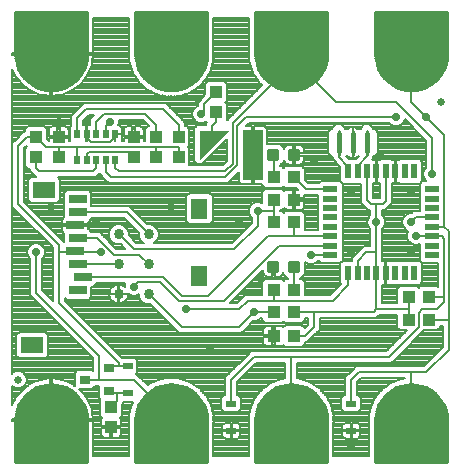
<source format=gtl>
G75*
%MOIN*%
%OFA0B0*%
%FSLAX25Y25*%
%IPPOS*%
%LPD*%
%AMOC8*
5,1,8,0,0,1.08239X$1,22.5*
%
%ADD10R,0.04331X0.03937*%
%ADD11C,0.01181*%
%ADD12C,0.01772*%
%ADD13C,0.01000*%
%ADD14C,0.02500*%
%ADD15C,0.03400*%
%ADD16R,0.02200X0.05000*%
%ADD17R,0.05000X0.02200*%
%ADD18R,0.05512X0.07087*%
%ADD19R,0.07480X0.05512*%
%ADD20R,0.05906X0.03150*%
%ADD21C,0.20000*%
%ADD22R,0.03937X0.04331*%
%ADD23R,0.01969X0.03150*%
%ADD24R,0.00000X0.00000*%
%ADD25R,0.06693X0.16535*%
%ADD26C,0.00197*%
%ADD27R,0.03937X0.03937*%
%ADD28R,0.03268X0.02480*%
%ADD29R,0.03543X0.03150*%
%ADD30C,0.00800*%
%ADD31C,0.02900*%
%ADD32C,0.02778*%
D10*
X0255409Y0338400D03*
X0262102Y0338400D03*
X0262102Y0346400D03*
X0255409Y0346400D03*
X0255409Y0353900D03*
X0262102Y0353900D03*
X0262102Y0376400D03*
X0255409Y0376400D03*
X0255409Y0383900D03*
X0262102Y0383900D03*
X0262102Y0391400D03*
X0255409Y0391400D03*
X0300409Y0351400D03*
X0307102Y0351400D03*
X0307102Y0343900D03*
X0300409Y0343900D03*
D11*
X0263586Y0360022D02*
X0263586Y0362778D01*
X0263586Y0360022D02*
X0260830Y0360022D01*
X0260830Y0362778D01*
X0263586Y0362778D01*
X0263586Y0361144D02*
X0260830Y0361144D01*
X0260830Y0362266D02*
X0263586Y0362266D01*
X0256680Y0362778D02*
X0256680Y0360022D01*
X0253924Y0360022D01*
X0253924Y0362778D01*
X0256680Y0362778D01*
X0256680Y0361144D02*
X0253924Y0361144D01*
X0253924Y0362266D02*
X0256680Y0362266D01*
X0253924Y0397522D02*
X0253924Y0400278D01*
X0256680Y0400278D01*
X0256680Y0397522D01*
X0253924Y0397522D01*
X0253924Y0398644D02*
X0256680Y0398644D01*
X0256680Y0399766D02*
X0253924Y0399766D01*
X0260830Y0400278D02*
X0260830Y0397522D01*
X0260830Y0400278D02*
X0263586Y0400278D01*
X0263586Y0397522D01*
X0260830Y0397522D01*
X0260830Y0398644D02*
X0263586Y0398644D01*
X0263586Y0399766D02*
X0260830Y0399766D01*
D12*
X0277031Y0400036D02*
X0277031Y0405764D01*
X0281755Y0405764D02*
X0281755Y0400036D01*
X0286479Y0400036D02*
X0286479Y0405764D01*
D13*
X0193255Y0296400D02*
X0169255Y0296400D01*
X0193255Y0296400D01*
X0193255Y0310400D01*
X0193133Y0312108D01*
X0192769Y0313781D01*
X0192171Y0315385D01*
X0191350Y0316888D01*
X0190324Y0318258D01*
X0189113Y0319469D01*
X0187743Y0320495D01*
X0186240Y0321316D01*
X0184636Y0321914D01*
X0182963Y0322278D01*
X0181255Y0322400D01*
X0179547Y0322278D01*
X0177874Y0321914D01*
X0176270Y0321316D01*
X0174767Y0320495D01*
X0173397Y0319469D01*
X0172186Y0318258D01*
X0171160Y0316888D01*
X0170339Y0315385D01*
X0169741Y0313781D01*
X0169377Y0312108D01*
X0169255Y0310400D01*
X0169255Y0296400D01*
X0169255Y0297399D02*
X0193255Y0297399D01*
X0193255Y0298397D02*
X0169255Y0298397D01*
X0169255Y0299396D02*
X0193255Y0299396D01*
X0193255Y0300394D02*
X0169255Y0300394D01*
X0169255Y0301393D02*
X0193255Y0301393D01*
X0193255Y0302391D02*
X0169255Y0302391D01*
X0169255Y0303390D02*
X0193255Y0303390D01*
X0193255Y0304388D02*
X0169255Y0304388D01*
X0169255Y0305387D02*
X0193255Y0305387D01*
X0193255Y0306385D02*
X0169255Y0306385D01*
X0169255Y0307384D02*
X0193255Y0307384D01*
X0193255Y0308382D02*
X0169255Y0308382D01*
X0169255Y0309381D02*
X0193255Y0309381D01*
X0193255Y0310379D02*
X0169255Y0310379D01*
X0169325Y0311378D02*
X0193185Y0311378D01*
X0193075Y0312376D02*
X0169436Y0312376D01*
X0169653Y0313375D02*
X0192857Y0313375D01*
X0192548Y0314373D02*
X0169962Y0314373D01*
X0170335Y0315372D02*
X0192176Y0315372D01*
X0191633Y0316370D02*
X0170877Y0316370D01*
X0171520Y0317369D02*
X0190990Y0317369D01*
X0190215Y0318367D02*
X0172295Y0318367D01*
X0173294Y0319366D02*
X0189217Y0319366D01*
X0187917Y0320364D02*
X0174593Y0320364D01*
X0176397Y0321363D02*
X0186114Y0321363D01*
X0181796Y0322361D02*
X0180714Y0322361D01*
X0209741Y0313781D02*
X0209377Y0312108D01*
X0209255Y0310400D01*
X0209255Y0296400D01*
X0233255Y0296400D01*
X0233255Y0310400D01*
X0233133Y0312108D01*
X0232769Y0313781D01*
X0232171Y0315385D01*
X0231350Y0316888D01*
X0230324Y0318258D01*
X0229113Y0319469D01*
X0227743Y0320495D01*
X0226240Y0321316D01*
X0224636Y0321914D01*
X0222963Y0322278D01*
X0221255Y0322400D01*
X0219547Y0322278D01*
X0217874Y0321914D01*
X0216270Y0321316D01*
X0214767Y0320495D01*
X0213397Y0319469D01*
X0212186Y0318258D01*
X0211160Y0316888D01*
X0210339Y0315385D01*
X0209741Y0313781D01*
X0209653Y0313375D02*
X0232857Y0313375D01*
X0233075Y0312376D02*
X0209436Y0312376D01*
X0209325Y0311378D02*
X0233185Y0311378D01*
X0233255Y0310379D02*
X0209255Y0310379D01*
X0209255Y0309381D02*
X0233255Y0309381D01*
X0233255Y0308382D02*
X0209255Y0308382D01*
X0209255Y0307384D02*
X0233255Y0307384D01*
X0233255Y0306385D02*
X0209255Y0306385D01*
X0209255Y0305387D02*
X0233255Y0305387D01*
X0233255Y0304388D02*
X0209255Y0304388D01*
X0209255Y0303390D02*
X0233255Y0303390D01*
X0233255Y0302391D02*
X0209255Y0302391D01*
X0209255Y0301393D02*
X0233255Y0301393D01*
X0233255Y0300394D02*
X0209255Y0300394D01*
X0209255Y0299396D02*
X0233255Y0299396D01*
X0233255Y0298397D02*
X0209255Y0298397D01*
X0209255Y0297399D02*
X0233255Y0297399D01*
X0233255Y0296400D02*
X0209255Y0296400D01*
X0209962Y0314373D02*
X0232548Y0314373D01*
X0232176Y0315372D02*
X0210335Y0315372D01*
X0210877Y0316370D02*
X0231633Y0316370D01*
X0230990Y0317369D02*
X0211520Y0317369D01*
X0212295Y0318367D02*
X0230215Y0318367D01*
X0229217Y0319366D02*
X0213294Y0319366D01*
X0214593Y0320364D02*
X0227917Y0320364D01*
X0226114Y0321363D02*
X0216397Y0321363D01*
X0220714Y0322361D02*
X0221796Y0322361D01*
X0249741Y0313781D02*
X0249377Y0312108D01*
X0249255Y0310400D01*
X0249255Y0296400D01*
X0273255Y0296400D01*
X0273255Y0310400D01*
X0273133Y0312108D01*
X0272769Y0313781D01*
X0272171Y0315385D01*
X0271350Y0316888D01*
X0270324Y0318258D01*
X0269113Y0319469D01*
X0267743Y0320495D01*
X0266240Y0321316D01*
X0264636Y0321914D01*
X0262963Y0322278D01*
X0261255Y0322400D01*
X0259547Y0322278D01*
X0257874Y0321914D01*
X0256270Y0321316D01*
X0254767Y0320495D01*
X0253397Y0319469D01*
X0252186Y0318258D01*
X0251160Y0316888D01*
X0250339Y0315385D01*
X0249741Y0313781D01*
X0249653Y0313375D02*
X0272857Y0313375D01*
X0273075Y0312376D02*
X0249436Y0312376D01*
X0249325Y0311378D02*
X0273185Y0311378D01*
X0273255Y0310379D02*
X0249255Y0310379D01*
X0249255Y0309381D02*
X0273255Y0309381D01*
X0273255Y0308382D02*
X0249255Y0308382D01*
X0249255Y0307384D02*
X0273255Y0307384D01*
X0273255Y0306385D02*
X0249255Y0306385D01*
X0249255Y0305387D02*
X0273255Y0305387D01*
X0273255Y0304388D02*
X0249255Y0304388D01*
X0249255Y0303390D02*
X0273255Y0303390D01*
X0273255Y0302391D02*
X0249255Y0302391D01*
X0249255Y0301393D02*
X0273255Y0301393D01*
X0273255Y0300394D02*
X0249255Y0300394D01*
X0249255Y0299396D02*
X0273255Y0299396D01*
X0273255Y0298397D02*
X0249255Y0298397D01*
X0249255Y0297399D02*
X0273255Y0297399D01*
X0273255Y0296400D02*
X0249255Y0296400D01*
X0249962Y0314373D02*
X0272548Y0314373D01*
X0272176Y0315372D02*
X0250335Y0315372D01*
X0250877Y0316370D02*
X0271633Y0316370D01*
X0270990Y0317369D02*
X0251520Y0317369D01*
X0252295Y0318367D02*
X0270215Y0318367D01*
X0269217Y0319366D02*
X0253294Y0319366D01*
X0254593Y0320364D02*
X0267917Y0320364D01*
X0266114Y0321363D02*
X0256397Y0321363D01*
X0260714Y0322361D02*
X0261796Y0322361D01*
X0289741Y0313781D02*
X0289377Y0312108D01*
X0289255Y0310400D01*
X0289255Y0296400D01*
X0313255Y0296400D01*
X0313255Y0310400D01*
X0313133Y0312108D01*
X0312769Y0313781D01*
X0312171Y0315385D01*
X0311350Y0316888D01*
X0310324Y0318258D01*
X0309113Y0319469D01*
X0307743Y0320495D01*
X0306240Y0321316D01*
X0304636Y0321914D01*
X0302963Y0322278D01*
X0301255Y0322400D01*
X0299547Y0322278D01*
X0297874Y0321914D01*
X0296270Y0321316D01*
X0294767Y0320495D01*
X0293397Y0319469D01*
X0292186Y0318258D01*
X0291160Y0316888D01*
X0290339Y0315385D01*
X0289741Y0313781D01*
X0289653Y0313375D02*
X0312857Y0313375D01*
X0313075Y0312376D02*
X0289436Y0312376D01*
X0289325Y0311378D02*
X0313185Y0311378D01*
X0313255Y0310379D02*
X0289255Y0310379D01*
X0289255Y0309381D02*
X0313255Y0309381D01*
X0313255Y0308382D02*
X0289255Y0308382D01*
X0289255Y0307384D02*
X0313255Y0307384D01*
X0313255Y0306385D02*
X0289255Y0306385D01*
X0289255Y0305387D02*
X0313255Y0305387D01*
X0313255Y0304388D02*
X0289255Y0304388D01*
X0289255Y0303390D02*
X0313255Y0303390D01*
X0313255Y0302391D02*
X0289255Y0302391D01*
X0289255Y0301393D02*
X0313255Y0301393D01*
X0313255Y0300394D02*
X0289255Y0300394D01*
X0289255Y0299396D02*
X0313255Y0299396D01*
X0313255Y0298397D02*
X0289255Y0298397D01*
X0289255Y0297399D02*
X0313255Y0297399D01*
X0313255Y0296400D02*
X0289255Y0296400D01*
X0289962Y0314373D02*
X0312548Y0314373D01*
X0312176Y0315372D02*
X0290335Y0315372D01*
X0290877Y0316370D02*
X0311633Y0316370D01*
X0310990Y0317369D02*
X0291520Y0317369D01*
X0292295Y0318367D02*
X0310215Y0318367D01*
X0309217Y0319366D02*
X0293294Y0319366D01*
X0294593Y0320364D02*
X0307917Y0320364D01*
X0306114Y0321363D02*
X0296397Y0321363D01*
X0300714Y0322361D02*
X0301796Y0322361D01*
X0286479Y0398900D02*
X0286479Y0402900D01*
X0286479Y0406900D01*
X0281755Y0406900D02*
X0281755Y0402900D01*
X0281755Y0398900D01*
X0277031Y0398900D02*
X0277031Y0402900D01*
X0277031Y0406900D01*
X0267743Y0422305D02*
X0266240Y0421484D01*
X0264636Y0420886D01*
X0262963Y0420522D01*
X0261255Y0420400D01*
X0259547Y0420522D01*
X0257874Y0420886D01*
X0256270Y0421484D01*
X0254767Y0422305D01*
X0253397Y0423331D01*
X0252186Y0424542D01*
X0251160Y0425912D01*
X0250339Y0427415D01*
X0249741Y0429019D01*
X0249377Y0430692D01*
X0249255Y0432400D01*
X0249255Y0446400D01*
X0273255Y0446400D01*
X0273255Y0432400D01*
X0273133Y0430692D01*
X0272769Y0429019D01*
X0272171Y0427415D01*
X0271350Y0425912D01*
X0270324Y0424542D01*
X0269113Y0423331D01*
X0267743Y0422305D01*
X0267573Y0422212D02*
X0254937Y0422212D01*
X0253557Y0423211D02*
X0268953Y0423211D01*
X0269992Y0424209D02*
X0252518Y0424209D01*
X0251687Y0425208D02*
X0270823Y0425208D01*
X0271511Y0426206D02*
X0250999Y0426206D01*
X0250454Y0427205D02*
X0272056Y0427205D01*
X0272465Y0428203D02*
X0250045Y0428203D01*
X0249701Y0429202D02*
X0272809Y0429202D01*
X0273026Y0430201D02*
X0249484Y0430201D01*
X0249341Y0431199D02*
X0273169Y0431199D01*
X0273241Y0432198D02*
X0249270Y0432198D01*
X0249255Y0433196D02*
X0273255Y0433196D01*
X0273255Y0434195D02*
X0249255Y0434195D01*
X0249255Y0435193D02*
X0273255Y0435193D01*
X0273255Y0436192D02*
X0249255Y0436192D01*
X0249255Y0437190D02*
X0273255Y0437190D01*
X0273255Y0438189D02*
X0249255Y0438189D01*
X0249255Y0439187D02*
X0273255Y0439187D01*
X0273255Y0440186D02*
X0249255Y0440186D01*
X0249255Y0441184D02*
X0273255Y0441184D01*
X0273255Y0442183D02*
X0249255Y0442183D01*
X0249255Y0443181D02*
X0273255Y0443181D01*
X0273255Y0444180D02*
X0249255Y0444180D01*
X0249255Y0445178D02*
X0273255Y0445178D01*
X0273255Y0446177D02*
X0249255Y0446177D01*
X0233255Y0446177D02*
X0209255Y0446177D01*
X0209255Y0446400D02*
X0209255Y0432400D01*
X0209377Y0430692D01*
X0209741Y0429019D01*
X0210339Y0427415D01*
X0211160Y0425912D01*
X0212186Y0424542D01*
X0213397Y0423331D01*
X0214767Y0422305D01*
X0216270Y0421484D01*
X0217874Y0420886D01*
X0219547Y0420522D01*
X0221255Y0420400D01*
X0222963Y0420522D01*
X0224636Y0420886D01*
X0226240Y0421484D01*
X0227743Y0422305D01*
X0229113Y0423331D01*
X0230324Y0424542D01*
X0231350Y0425912D01*
X0232171Y0427415D01*
X0232769Y0429019D01*
X0233133Y0430692D01*
X0233255Y0432400D01*
X0233255Y0446400D01*
X0209255Y0446400D01*
X0209255Y0445178D02*
X0233255Y0445178D01*
X0233255Y0444180D02*
X0209255Y0444180D01*
X0209255Y0443181D02*
X0233255Y0443181D01*
X0233255Y0442183D02*
X0209255Y0442183D01*
X0209255Y0441184D02*
X0233255Y0441184D01*
X0233255Y0440186D02*
X0209255Y0440186D01*
X0209255Y0439187D02*
X0233255Y0439187D01*
X0233255Y0438189D02*
X0209255Y0438189D01*
X0209255Y0437190D02*
X0233255Y0437190D01*
X0233255Y0436192D02*
X0209255Y0436192D01*
X0209255Y0435193D02*
X0233255Y0435193D01*
X0233255Y0434195D02*
X0209255Y0434195D01*
X0209255Y0433196D02*
X0233255Y0433196D01*
X0233241Y0432198D02*
X0209270Y0432198D01*
X0209341Y0431199D02*
X0233169Y0431199D01*
X0233026Y0430201D02*
X0209484Y0430201D01*
X0209701Y0429202D02*
X0232809Y0429202D01*
X0232465Y0428203D02*
X0210045Y0428203D01*
X0210454Y0427205D02*
X0232056Y0427205D01*
X0231511Y0426206D02*
X0210999Y0426206D01*
X0211687Y0425208D02*
X0230823Y0425208D01*
X0229992Y0424209D02*
X0212518Y0424209D01*
X0213557Y0423211D02*
X0228953Y0423211D01*
X0227573Y0422212D02*
X0214937Y0422212D01*
X0216995Y0421214D02*
X0225515Y0421214D01*
X0256995Y0421214D02*
X0265515Y0421214D01*
X0289741Y0429019D02*
X0290339Y0427415D01*
X0291160Y0425912D01*
X0292186Y0424542D01*
X0293397Y0423331D01*
X0294767Y0422305D01*
X0296270Y0421484D01*
X0297874Y0420886D01*
X0299547Y0420522D01*
X0301255Y0420400D01*
X0302963Y0420522D01*
X0304636Y0420886D01*
X0306240Y0421484D01*
X0307743Y0422305D01*
X0309113Y0423331D01*
X0310324Y0424542D01*
X0311350Y0425912D01*
X0312171Y0427415D01*
X0312769Y0429019D01*
X0313133Y0430692D01*
X0313255Y0432400D01*
X0313255Y0446400D01*
X0289255Y0446400D01*
X0289255Y0432400D01*
X0289377Y0430692D01*
X0289741Y0429019D01*
X0289701Y0429202D02*
X0312809Y0429202D01*
X0313026Y0430201D02*
X0289484Y0430201D01*
X0289341Y0431199D02*
X0313169Y0431199D01*
X0313241Y0432198D02*
X0289270Y0432198D01*
X0289255Y0433196D02*
X0313255Y0433196D01*
X0313255Y0434195D02*
X0289255Y0434195D01*
X0289255Y0435193D02*
X0313255Y0435193D01*
X0313255Y0436192D02*
X0289255Y0436192D01*
X0289255Y0437190D02*
X0313255Y0437190D01*
X0313255Y0438189D02*
X0289255Y0438189D01*
X0289255Y0439187D02*
X0313255Y0439187D01*
X0313255Y0440186D02*
X0289255Y0440186D01*
X0289255Y0441184D02*
X0313255Y0441184D01*
X0313255Y0442183D02*
X0289255Y0442183D01*
X0289255Y0443181D02*
X0313255Y0443181D01*
X0313255Y0444180D02*
X0289255Y0444180D01*
X0289255Y0445178D02*
X0313255Y0445178D01*
X0313255Y0446177D02*
X0289255Y0446177D01*
X0290045Y0428203D02*
X0312465Y0428203D01*
X0312056Y0427205D02*
X0290454Y0427205D01*
X0290999Y0426206D02*
X0311511Y0426206D01*
X0310823Y0425208D02*
X0291687Y0425208D01*
X0292518Y0424209D02*
X0309992Y0424209D01*
X0308953Y0423211D02*
X0293557Y0423211D01*
X0294937Y0422212D02*
X0307573Y0422212D01*
X0305515Y0421214D02*
X0296995Y0421214D01*
X0193133Y0430692D02*
X0193255Y0432400D01*
X0193255Y0446400D01*
X0169255Y0446400D01*
X0169255Y0432400D01*
X0169377Y0430692D01*
X0169741Y0429019D01*
X0170339Y0427415D01*
X0171160Y0425912D01*
X0172186Y0424542D01*
X0173397Y0423331D01*
X0174767Y0422305D01*
X0176270Y0421484D01*
X0177874Y0420886D01*
X0179547Y0420522D01*
X0181255Y0420400D01*
X0182963Y0420522D01*
X0184636Y0420886D01*
X0186240Y0421484D01*
X0187743Y0422305D01*
X0189113Y0423331D01*
X0190324Y0424542D01*
X0191350Y0425912D01*
X0192171Y0427415D01*
X0192769Y0429019D01*
X0193133Y0430692D01*
X0193026Y0430201D02*
X0169484Y0430201D01*
X0169341Y0431199D02*
X0193169Y0431199D01*
X0193241Y0432198D02*
X0169270Y0432198D01*
X0169255Y0433196D02*
X0193255Y0433196D01*
X0193255Y0434195D02*
X0169255Y0434195D01*
X0169255Y0435193D02*
X0193255Y0435193D01*
X0193255Y0436192D02*
X0169255Y0436192D01*
X0169255Y0437190D02*
X0193255Y0437190D01*
X0193255Y0438189D02*
X0169255Y0438189D01*
X0169255Y0439187D02*
X0193255Y0439187D01*
X0193255Y0440186D02*
X0169255Y0440186D01*
X0169255Y0441184D02*
X0193255Y0441184D01*
X0193255Y0442183D02*
X0169255Y0442183D01*
X0169255Y0443181D02*
X0193255Y0443181D01*
X0193255Y0444180D02*
X0169255Y0444180D01*
X0169255Y0445178D02*
X0193255Y0445178D01*
X0193255Y0446177D02*
X0169255Y0446177D01*
X0169701Y0429202D02*
X0192809Y0429202D01*
X0192465Y0428203D02*
X0170045Y0428203D01*
X0170454Y0427205D02*
X0192056Y0427205D01*
X0191511Y0426206D02*
X0170999Y0426206D01*
X0171687Y0425208D02*
X0190823Y0425208D01*
X0189992Y0424209D02*
X0172518Y0424209D01*
X0173557Y0423211D02*
X0188953Y0423211D01*
X0187573Y0422212D02*
X0174937Y0422212D01*
X0176995Y0421214D02*
X0185515Y0421214D01*
D14*
X0170255Y0323900D03*
X0311255Y0416400D03*
D15*
X0213755Y0372400D03*
X0203755Y0372400D03*
X0203755Y0362400D03*
X0203755Y0352400D03*
X0213755Y0352400D03*
X0213755Y0362400D03*
D16*
X0280231Y0359500D03*
X0283381Y0359500D03*
X0286531Y0359500D03*
X0289680Y0359500D03*
X0292830Y0359500D03*
X0295979Y0359500D03*
X0299129Y0359500D03*
X0302279Y0359500D03*
X0302279Y0393300D03*
X0299129Y0393300D03*
X0295979Y0393300D03*
X0292830Y0393300D03*
X0289680Y0393300D03*
X0286531Y0393300D03*
X0283381Y0393300D03*
X0280231Y0393300D03*
D17*
X0274355Y0387424D03*
X0274355Y0384274D03*
X0274355Y0381124D03*
X0274355Y0377975D03*
X0274355Y0374825D03*
X0274355Y0371676D03*
X0274355Y0368526D03*
X0274355Y0365376D03*
X0308155Y0365376D03*
X0308155Y0368526D03*
X0308155Y0371676D03*
X0308155Y0374825D03*
X0308155Y0377975D03*
X0308155Y0381124D03*
X0308155Y0384274D03*
X0308155Y0387424D03*
D18*
X0230680Y0380829D03*
X0230680Y0358388D03*
D19*
X0178909Y0387128D03*
X0174972Y0335357D03*
D20*
X0190129Y0353703D03*
X0191704Y0358034D03*
X0190129Y0362365D03*
X0189342Y0366695D03*
X0190129Y0371026D03*
X0189342Y0375357D03*
X0190129Y0379687D03*
X0190129Y0384018D03*
D21*
X0181255Y0432400D03*
X0221255Y0432400D03*
X0261255Y0432400D03*
X0301255Y0432400D03*
X0301255Y0310400D03*
X0261255Y0310400D03*
X0221255Y0310400D03*
X0181255Y0310400D03*
D22*
X0201255Y0308054D03*
X0201255Y0314746D03*
X0208755Y0398054D03*
X0208755Y0404746D03*
X0216255Y0404746D03*
X0216255Y0398054D03*
X0223755Y0398054D03*
X0223755Y0404746D03*
X0236255Y0413054D03*
X0236255Y0419746D03*
X0183755Y0404746D03*
X0183755Y0398054D03*
X0176255Y0398054D03*
X0176255Y0404746D03*
D23*
X0189956Y0405731D03*
X0193105Y0405731D03*
X0196255Y0405731D03*
X0199405Y0405731D03*
X0202554Y0405731D03*
X0202554Y0397069D03*
X0199405Y0397069D03*
X0196255Y0397069D03*
X0193105Y0397069D03*
X0189956Y0397069D03*
D24*
X0196255Y0401400D03*
D25*
X0248539Y0398762D03*
D26*
X0240153Y0406951D02*
X0230704Y0397502D01*
X0230704Y0406951D01*
X0240153Y0406951D01*
X0239981Y0406779D02*
X0230704Y0406779D01*
X0230704Y0406584D02*
X0239786Y0406584D01*
X0239590Y0406389D02*
X0230704Y0406389D01*
X0230704Y0406193D02*
X0239395Y0406193D01*
X0239199Y0405998D02*
X0230704Y0405998D01*
X0230704Y0405803D02*
X0239004Y0405803D01*
X0238809Y0405607D02*
X0230704Y0405607D01*
X0230704Y0405412D02*
X0238613Y0405412D01*
X0238418Y0405216D02*
X0230704Y0405216D01*
X0230704Y0405021D02*
X0238223Y0405021D01*
X0238027Y0404826D02*
X0230704Y0404826D01*
X0230704Y0404630D02*
X0237832Y0404630D01*
X0237637Y0404435D02*
X0230704Y0404435D01*
X0230704Y0404240D02*
X0237441Y0404240D01*
X0237246Y0404044D02*
X0230704Y0404044D01*
X0230704Y0403849D02*
X0237050Y0403849D01*
X0236855Y0403654D02*
X0230704Y0403654D01*
X0230704Y0403458D02*
X0236660Y0403458D01*
X0236464Y0403263D02*
X0230704Y0403263D01*
X0230704Y0403067D02*
X0236269Y0403067D01*
X0236074Y0402872D02*
X0230704Y0402872D01*
X0230704Y0402677D02*
X0235878Y0402677D01*
X0235683Y0402481D02*
X0230704Y0402481D01*
X0230704Y0402286D02*
X0235488Y0402286D01*
X0235292Y0402091D02*
X0230704Y0402091D01*
X0230704Y0401895D02*
X0235097Y0401895D01*
X0234901Y0401700D02*
X0230704Y0401700D01*
X0230704Y0401505D02*
X0234706Y0401505D01*
X0234511Y0401309D02*
X0230704Y0401309D01*
X0230704Y0401114D02*
X0234315Y0401114D01*
X0234120Y0400919D02*
X0230704Y0400919D01*
X0230704Y0400723D02*
X0233925Y0400723D01*
X0233729Y0400528D02*
X0230704Y0400528D01*
X0230704Y0400332D02*
X0233534Y0400332D01*
X0233339Y0400137D02*
X0230704Y0400137D01*
X0230704Y0399942D02*
X0233143Y0399942D01*
X0232948Y0399746D02*
X0230704Y0399746D01*
X0230704Y0399551D02*
X0232753Y0399551D01*
X0232557Y0399356D02*
X0230704Y0399356D01*
X0230704Y0399160D02*
X0232362Y0399160D01*
X0232166Y0398965D02*
X0230704Y0398965D01*
X0230704Y0398770D02*
X0231971Y0398770D01*
X0231776Y0398574D02*
X0230704Y0398574D01*
X0230704Y0398379D02*
X0231580Y0398379D01*
X0231385Y0398183D02*
X0230704Y0398183D01*
X0230704Y0397988D02*
X0231190Y0397988D01*
X0230994Y0397793D02*
X0230704Y0397793D01*
X0230704Y0397597D02*
X0230799Y0397597D01*
D27*
X0233255Y0404361D03*
D28*
X0206755Y0328428D03*
X0206755Y0319372D03*
X0241255Y0315928D03*
X0241255Y0306872D03*
X0281255Y0306872D03*
X0281255Y0315928D03*
D29*
X0200692Y0320160D03*
X0200692Y0327640D03*
X0192424Y0323900D03*
D30*
X0196255Y0323900D01*
X0196755Y0323900D01*
X0197255Y0323900D01*
X0197255Y0331900D01*
X0176255Y0352900D01*
X0176255Y0366400D01*
X0174155Y0364273D02*
X0168255Y0364273D01*
X0168255Y0363475D02*
X0174255Y0363475D01*
X0174255Y0364173D02*
X0173721Y0364707D01*
X0173266Y0365805D01*
X0173266Y0366995D01*
X0173721Y0368093D01*
X0174562Y0368934D01*
X0175661Y0369389D01*
X0176850Y0369389D01*
X0177948Y0368934D01*
X0178789Y0368093D01*
X0179244Y0366995D01*
X0179244Y0365805D01*
X0178789Y0364707D01*
X0178255Y0364173D01*
X0178255Y0353728D01*
X0181755Y0350228D01*
X0181755Y0368072D01*
X0168255Y0381572D01*
X0168255Y0402728D01*
X0169427Y0403900D01*
X0172273Y0406746D01*
X0172687Y0406746D01*
X0172687Y0407575D01*
X0173624Y0408512D01*
X0178886Y0408512D01*
X0179824Y0407575D01*
X0179824Y0404006D01*
X0180387Y0403443D01*
X0180387Y0404346D01*
X0183355Y0404346D01*
X0183355Y0405146D01*
X0180387Y0405146D01*
X0180387Y0407096D01*
X0180482Y0407452D01*
X0180666Y0407771D01*
X0180927Y0408032D01*
X0181246Y0408216D01*
X0181602Y0408312D01*
X0183355Y0408312D01*
X0183355Y0405146D01*
X0184155Y0405146D01*
X0187124Y0405146D01*
X0187124Y0407096D01*
X0187028Y0407452D01*
X0186844Y0407771D01*
X0186583Y0408032D01*
X0186264Y0408216D01*
X0185908Y0408312D01*
X0184155Y0408312D01*
X0184155Y0405146D01*
X0184155Y0404346D01*
X0187124Y0404346D01*
X0187124Y0403400D01*
X0187465Y0403400D01*
X0187372Y0403493D01*
X0187372Y0407968D01*
X0187956Y0408552D01*
X0187956Y0411929D01*
X0192127Y0416100D01*
X0219383Y0416100D01*
X0225755Y0409728D01*
X0225755Y0408512D01*
X0226386Y0408512D01*
X0227324Y0407575D01*
X0227324Y0401918D01*
X0226805Y0401400D01*
X0227324Y0400882D01*
X0227324Y0395400D01*
X0238427Y0395400D01*
X0239755Y0396728D01*
X0239755Y0404152D01*
X0231407Y0395804D01*
X0230000Y0395804D01*
X0229005Y0396799D01*
X0229005Y0407655D01*
X0230000Y0408650D01*
X0232755Y0408650D01*
X0232755Y0409228D01*
X0233219Y0409693D01*
X0232997Y0409915D01*
X0232948Y0409866D01*
X0231850Y0409411D01*
X0230661Y0409411D01*
X0229562Y0409866D01*
X0228721Y0410707D01*
X0228266Y0411805D01*
X0228266Y0412995D01*
X0228721Y0414093D01*
X0229562Y0414934D01*
X0230255Y0415221D01*
X0230255Y0416575D01*
X0231427Y0417746D01*
X0232687Y0419006D01*
X0232687Y0422575D01*
X0233624Y0423512D01*
X0238886Y0423512D01*
X0239824Y0422575D01*
X0239824Y0416918D01*
X0239305Y0416400D01*
X0239824Y0415882D01*
X0239824Y0410297D01*
X0251588Y0422062D01*
X0251442Y0422171D01*
X0251418Y0422340D01*
X0251195Y0422563D01*
X0251026Y0422587D01*
X0250595Y0423163D01*
X0250086Y0423672D01*
X0250086Y0423843D01*
X0249898Y0424094D01*
X0249734Y0424142D01*
X0249389Y0424774D01*
X0248958Y0425350D01*
X0248982Y0425519D01*
X0248831Y0425795D01*
X0248676Y0425866D01*
X0248424Y0426540D01*
X0248079Y0427172D01*
X0248128Y0427336D01*
X0248018Y0427630D01*
X0247874Y0427723D01*
X0247721Y0428426D01*
X0247470Y0429100D01*
X0247541Y0429256D01*
X0247474Y0429563D01*
X0247345Y0429675D01*
X0247293Y0430393D01*
X0247140Y0431096D01*
X0247233Y0431240D01*
X0247216Y0431469D01*
X0247155Y0431530D01*
X0247155Y0432325D01*
X0247098Y0433118D01*
X0247155Y0433183D01*
X0247155Y0444400D01*
X0235355Y0444400D01*
X0235355Y0433183D01*
X0235412Y0433118D01*
X0235355Y0432325D01*
X0235355Y0431530D01*
X0235294Y0431469D01*
X0235277Y0431240D01*
X0235370Y0431096D01*
X0235217Y0430393D01*
X0235166Y0429675D01*
X0235036Y0429563D01*
X0234970Y0429256D01*
X0235041Y0429100D01*
X0234789Y0428426D01*
X0234636Y0427723D01*
X0234492Y0427630D01*
X0234382Y0427336D01*
X0234431Y0427172D01*
X0234086Y0426540D01*
X0233834Y0425866D01*
X0233679Y0425795D01*
X0233528Y0425519D01*
X0233553Y0425350D01*
X0233121Y0424774D01*
X0232776Y0424142D01*
X0232612Y0424094D01*
X0232424Y0423843D01*
X0232424Y0423672D01*
X0231915Y0423163D01*
X0231484Y0422587D01*
X0231315Y0422563D01*
X0231093Y0422340D01*
X0231068Y0422171D01*
X0230492Y0421740D01*
X0229983Y0421231D01*
X0229812Y0421231D01*
X0229561Y0421043D01*
X0229513Y0420879D01*
X0228881Y0420534D01*
X0228305Y0420103D01*
X0228136Y0420127D01*
X0227860Y0419976D01*
X0227789Y0419821D01*
X0227115Y0419569D01*
X0226483Y0419224D01*
X0226319Y0419273D01*
X0226025Y0419163D01*
X0225932Y0419019D01*
X0225229Y0418866D01*
X0224555Y0418615D01*
X0224399Y0418686D01*
X0224092Y0418619D01*
X0223980Y0418490D01*
X0223262Y0418438D01*
X0222559Y0418285D01*
X0222415Y0418378D01*
X0222102Y0418355D01*
X0221973Y0418243D01*
X0221255Y0418295D01*
X0220537Y0418243D01*
X0220408Y0418355D01*
X0220095Y0418378D01*
X0219951Y0418285D01*
X0219248Y0418438D01*
X0218530Y0418490D01*
X0218418Y0418619D01*
X0218111Y0418686D01*
X0217955Y0418615D01*
X0217281Y0418866D01*
X0216578Y0419019D01*
X0216486Y0419163D01*
X0216191Y0419273D01*
X0216027Y0419224D01*
X0215395Y0419569D01*
X0214721Y0419821D01*
X0214650Y0419976D01*
X0214374Y0420127D01*
X0214205Y0420103D01*
X0213629Y0420534D01*
X0212998Y0420879D01*
X0212949Y0421043D01*
X0212698Y0421231D01*
X0212527Y0421231D01*
X0212018Y0421740D01*
X0211442Y0422171D01*
X0211418Y0422340D01*
X0211195Y0422563D01*
X0211026Y0422587D01*
X0210595Y0423163D01*
X0210086Y0423672D01*
X0210086Y0423843D01*
X0209898Y0424094D01*
X0209734Y0424142D01*
X0209389Y0424774D01*
X0208958Y0425350D01*
X0208982Y0425519D01*
X0208831Y0425795D01*
X0208676Y0425866D01*
X0208424Y0426540D01*
X0208079Y0427172D01*
X0208128Y0427336D01*
X0208018Y0427630D01*
X0207874Y0427723D01*
X0207721Y0428426D01*
X0207470Y0429100D01*
X0207541Y0429256D01*
X0207474Y0429563D01*
X0207345Y0429675D01*
X0207293Y0430393D01*
X0207140Y0431096D01*
X0207233Y0431240D01*
X0207216Y0431469D01*
X0207155Y0431530D01*
X0207155Y0432325D01*
X0207098Y0433118D01*
X0207155Y0433183D01*
X0207155Y0444400D01*
X0195155Y0444400D01*
X0195155Y0432800D01*
X0181655Y0432800D01*
X0180855Y0432800D01*
X0180855Y0432000D01*
X0168255Y0432000D01*
X0168255Y0432800D01*
X0180855Y0432800D01*
X0180855Y0444400D01*
X0181655Y0444400D01*
X0181655Y0432800D01*
X0181655Y0432000D01*
X0181655Y0418500D01*
X0181984Y0418500D01*
X0183432Y0418652D01*
X0184858Y0418955D01*
X0186243Y0419405D01*
X0187574Y0419998D01*
X0188836Y0420726D01*
X0190015Y0421583D01*
X0191097Y0422558D01*
X0191097Y0422558D01*
X0192072Y0423640D01*
X0192087Y0423661D01*
X0192929Y0424819D01*
X0193657Y0426081D01*
X0194250Y0427412D01*
X0194700Y0428797D01*
X0194700Y0428797D01*
X0195003Y0430223D01*
X0195155Y0431672D01*
X0195155Y0432000D01*
X0181655Y0432000D01*
X0180855Y0432000D01*
X0180855Y0418500D01*
X0180527Y0418500D01*
X0179078Y0418652D01*
X0179078Y0418652D01*
X0178342Y0418809D01*
X0177653Y0418955D01*
X0177653Y0418955D01*
X0176845Y0419218D01*
X0176267Y0419405D01*
X0176267Y0419405D01*
X0175427Y0419780D01*
X0174936Y0419998D01*
X0174936Y0419998D01*
X0174094Y0420484D01*
X0173674Y0420726D01*
X0173674Y0420726D01*
X0172855Y0421322D01*
X0172496Y0421583D01*
X0172495Y0421583D01*
X0171720Y0422281D01*
X0171413Y0422558D01*
X0171413Y0422558D01*
X0171413Y0422558D01*
X0170438Y0423640D01*
X0170438Y0423640D01*
X0169582Y0424819D01*
X0169582Y0424819D01*
X0168853Y0426081D01*
X0168853Y0426081D01*
X0168260Y0427412D01*
X0168260Y0427412D01*
X0168255Y0427429D01*
X0168255Y0325930D01*
X0168641Y0326316D01*
X0169688Y0326750D01*
X0170822Y0326750D01*
X0171869Y0326316D01*
X0172671Y0325514D01*
X0173105Y0324467D01*
X0173105Y0323333D01*
X0172671Y0322286D01*
X0171869Y0321484D01*
X0170822Y0321050D01*
X0169688Y0321050D01*
X0168641Y0321484D01*
X0168255Y0321870D01*
X0168255Y0315371D01*
X0168260Y0315388D01*
X0168260Y0315388D01*
X0168853Y0316719D01*
X0168853Y0316719D01*
X0169582Y0317981D01*
X0169582Y0317981D01*
X0170436Y0319157D01*
X0170438Y0319160D01*
X0170438Y0319160D01*
X0171413Y0320242D01*
X0171413Y0320242D01*
X0172496Y0321217D01*
X0173674Y0322074D01*
X0174936Y0322802D01*
X0176267Y0323395D01*
X0177653Y0323845D01*
X0179078Y0324148D01*
X0180527Y0324300D01*
X0180855Y0324300D01*
X0180855Y0310800D01*
X0180855Y0310000D01*
X0168255Y0310000D01*
X0168255Y0310800D01*
X0180855Y0310800D01*
X0181655Y0310800D01*
X0181655Y0324300D01*
X0181984Y0324300D01*
X0183432Y0324148D01*
X0184858Y0323845D01*
X0186243Y0323395D01*
X0186243Y0323395D01*
X0187001Y0323057D01*
X0187574Y0322802D01*
X0187574Y0322802D01*
X0188340Y0322360D01*
X0188836Y0322074D01*
X0188836Y0322074D01*
X0189053Y0321916D01*
X0189053Y0326138D01*
X0189990Y0327075D01*
X0194859Y0327075D01*
X0195255Y0326678D01*
X0195255Y0331072D01*
X0174255Y0352072D01*
X0174255Y0364173D01*
X0173570Y0365072D02*
X0168255Y0365072D01*
X0168255Y0365870D02*
X0173266Y0365870D01*
X0173266Y0366669D02*
X0168255Y0366669D01*
X0168255Y0367468D02*
X0173462Y0367468D01*
X0173894Y0368266D02*
X0168255Y0368266D01*
X0168255Y0369065D02*
X0174877Y0369065D01*
X0177633Y0369065D02*
X0180762Y0369065D01*
X0179964Y0369863D02*
X0168255Y0369863D01*
X0168255Y0370662D02*
X0179165Y0370662D01*
X0178367Y0371460D02*
X0168255Y0371460D01*
X0168255Y0372259D02*
X0177568Y0372259D01*
X0176770Y0373057D02*
X0168255Y0373057D01*
X0168255Y0373856D02*
X0175971Y0373856D01*
X0175173Y0374654D02*
X0168255Y0374654D01*
X0168255Y0375453D02*
X0174374Y0375453D01*
X0173576Y0376251D02*
X0168255Y0376251D01*
X0168255Y0377050D02*
X0172777Y0377050D01*
X0171978Y0377848D02*
X0168255Y0377848D01*
X0168255Y0378647D02*
X0171180Y0378647D01*
X0170381Y0379445D02*
X0168255Y0379445D01*
X0168255Y0380244D02*
X0169583Y0380244D01*
X0168784Y0381042D02*
X0168255Y0381042D01*
X0168255Y0381841D02*
X0168255Y0381841D01*
X0168255Y0382639D02*
X0168255Y0382639D01*
X0168255Y0383438D02*
X0168255Y0383438D01*
X0168255Y0384236D02*
X0168255Y0384236D01*
X0168255Y0385035D02*
X0168255Y0385035D01*
X0168255Y0385833D02*
X0168255Y0385833D01*
X0168255Y0386632D02*
X0168255Y0386632D01*
X0168255Y0387430D02*
X0168255Y0387430D01*
X0168255Y0388229D02*
X0168255Y0388229D01*
X0168255Y0389027D02*
X0168255Y0389027D01*
X0168255Y0389826D02*
X0168255Y0389826D01*
X0168255Y0390624D02*
X0168255Y0390624D01*
X0168255Y0391423D02*
X0168255Y0391423D01*
X0168255Y0392221D02*
X0168255Y0392221D01*
X0168255Y0393020D02*
X0168255Y0393020D01*
X0168255Y0393818D02*
X0168255Y0393818D01*
X0168255Y0394617D02*
X0168255Y0394617D01*
X0168255Y0395415D02*
X0168255Y0395415D01*
X0168255Y0396214D02*
X0168255Y0396214D01*
X0168255Y0397012D02*
X0168255Y0397012D01*
X0168255Y0397811D02*
X0168255Y0397811D01*
X0168255Y0398609D02*
X0168255Y0398609D01*
X0168255Y0399408D02*
X0168255Y0399408D01*
X0168255Y0400206D02*
X0168255Y0400206D01*
X0168255Y0401005D02*
X0168255Y0401005D01*
X0168255Y0401803D02*
X0168255Y0401803D01*
X0168255Y0402602D02*
X0168255Y0402602D01*
X0168255Y0403401D02*
X0168927Y0403401D01*
X0168255Y0404199D02*
X0169726Y0404199D01*
X0170524Y0404998D02*
X0168255Y0404998D01*
X0168255Y0405796D02*
X0171323Y0405796D01*
X0172121Y0406595D02*
X0168255Y0406595D01*
X0168255Y0407393D02*
X0172687Y0407393D01*
X0173304Y0408192D02*
X0168255Y0408192D01*
X0168255Y0408990D02*
X0187956Y0408990D01*
X0187956Y0409789D02*
X0168255Y0409789D01*
X0168255Y0410587D02*
X0187956Y0410587D01*
X0187956Y0411386D02*
X0168255Y0411386D01*
X0168255Y0412184D02*
X0188211Y0412184D01*
X0189009Y0412983D02*
X0168255Y0412983D01*
X0168255Y0413781D02*
X0189808Y0413781D01*
X0190606Y0414580D02*
X0168255Y0414580D01*
X0168255Y0415378D02*
X0191405Y0415378D01*
X0192955Y0414100D02*
X0189956Y0411101D01*
X0189956Y0405731D01*
X0187372Y0405796D02*
X0187124Y0405796D01*
X0187124Y0406595D02*
X0187372Y0406595D01*
X0187372Y0407393D02*
X0187044Y0407393D01*
X0187595Y0408192D02*
X0186307Y0408192D01*
X0184155Y0408192D02*
X0183355Y0408192D01*
X0183355Y0407393D02*
X0184155Y0407393D01*
X0184155Y0406595D02*
X0183355Y0406595D01*
X0183355Y0405796D02*
X0184155Y0405796D01*
X0184155Y0404998D02*
X0187372Y0404998D01*
X0187372Y0404199D02*
X0187124Y0404199D01*
X0187124Y0403401D02*
X0187464Y0403401D01*
X0189956Y0401199D02*
X0190157Y0401400D01*
X0183755Y0401400D01*
X0183755Y0398054D01*
X0183755Y0401400D02*
X0179602Y0401400D01*
X0176255Y0404746D01*
X0173102Y0404746D01*
X0170255Y0401900D01*
X0170255Y0382400D01*
X0183755Y0368900D01*
X0183755Y0366400D01*
X0183755Y0349400D01*
X0203755Y0329400D01*
X0203755Y0328428D01*
X0201479Y0328428D01*
X0200692Y0327640D01*
X0203755Y0328428D02*
X0206755Y0328428D01*
X0209989Y0328340D02*
X0242867Y0328340D01*
X0242069Y0327542D02*
X0209989Y0327542D01*
X0209989Y0326743D02*
X0241270Y0326743D01*
X0240472Y0325945D02*
X0209409Y0325945D01*
X0209364Y0325900D02*
X0209989Y0326525D01*
X0209989Y0330330D01*
X0209052Y0331268D01*
X0204716Y0331268D01*
X0185755Y0350228D01*
X0185755Y0351287D01*
X0186514Y0350528D01*
X0193745Y0350528D01*
X0194682Y0351466D01*
X0194682Y0354859D01*
X0195319Y0354859D01*
X0196257Y0355796D01*
X0196257Y0356034D01*
X0205989Y0356034D01*
X0205766Y0355495D01*
X0205766Y0354773D01*
X0205731Y0354808D01*
X0205223Y0355147D01*
X0204659Y0355381D01*
X0204060Y0355500D01*
X0203855Y0355500D01*
X0203855Y0352500D01*
X0203655Y0352500D01*
X0203655Y0352300D01*
X0200655Y0352300D01*
X0200655Y0352095D01*
X0200774Y0351496D01*
X0201008Y0350932D01*
X0201347Y0350424D01*
X0201779Y0349992D01*
X0202287Y0349653D01*
X0202851Y0349419D01*
X0203450Y0349300D01*
X0203655Y0349300D01*
X0203655Y0352300D01*
X0203855Y0352300D01*
X0203855Y0349300D01*
X0204060Y0349300D01*
X0204659Y0349419D01*
X0205223Y0349653D01*
X0205731Y0349992D01*
X0206163Y0350424D01*
X0206502Y0350932D01*
X0206736Y0351496D01*
X0206855Y0352095D01*
X0206855Y0352300D01*
X0203855Y0352300D01*
X0203855Y0352500D01*
X0206855Y0352500D01*
X0206855Y0352573D01*
X0207062Y0352366D01*
X0208161Y0351911D01*
X0209350Y0351911D01*
X0210448Y0352366D01*
X0210455Y0352373D01*
X0210455Y0351744D01*
X0210957Y0350531D01*
X0211886Y0349602D01*
X0213099Y0349100D01*
X0214227Y0349100D01*
X0222755Y0340572D01*
X0223927Y0339400D01*
X0244583Y0339400D01*
X0245755Y0340572D01*
X0248595Y0343411D01*
X0249350Y0343411D01*
X0250448Y0343866D01*
X0250982Y0344400D01*
X0251643Y0344400D01*
X0251643Y0343769D01*
X0252581Y0342831D01*
X0258237Y0342831D01*
X0258755Y0343350D01*
X0259273Y0342831D01*
X0264930Y0342831D01*
X0265867Y0343769D01*
X0265867Y0344400D01*
X0266755Y0344400D01*
X0266755Y0342228D01*
X0265712Y0341186D01*
X0264930Y0341968D01*
X0259273Y0341968D01*
X0258614Y0341309D01*
X0258434Y0341489D01*
X0258114Y0341673D01*
X0257758Y0341768D01*
X0255809Y0341768D01*
X0255809Y0338800D01*
X0255009Y0338800D01*
X0255009Y0341768D01*
X0253059Y0341768D01*
X0252703Y0341673D01*
X0252384Y0341489D01*
X0252123Y0341228D01*
X0251939Y0340909D01*
X0251843Y0340553D01*
X0251843Y0338800D01*
X0255009Y0338800D01*
X0255009Y0338000D01*
X0255809Y0338000D01*
X0255809Y0335031D01*
X0257758Y0335031D01*
X0258114Y0335127D01*
X0258434Y0335311D01*
X0258614Y0335491D01*
X0259273Y0334831D01*
X0264930Y0334831D01*
X0265867Y0335769D01*
X0265867Y0336400D01*
X0266583Y0336400D01*
X0269583Y0339400D01*
X0270755Y0340572D01*
X0270755Y0344400D01*
X0289583Y0344400D01*
X0290509Y0345325D01*
X0296643Y0345325D01*
X0296643Y0341269D01*
X0297581Y0340331D01*
X0299858Y0340331D01*
X0292927Y0333400D01*
X0247927Y0333400D01*
X0246755Y0332228D01*
X0239255Y0324728D01*
X0239255Y0318768D01*
X0238958Y0318768D01*
X0238021Y0317830D01*
X0238021Y0314025D01*
X0238958Y0313087D01*
X0243552Y0313087D01*
X0244489Y0314025D01*
X0244489Y0317830D01*
X0243552Y0318768D01*
X0243255Y0318768D01*
X0243255Y0323072D01*
X0249583Y0329400D01*
X0259255Y0329400D01*
X0259255Y0324363D01*
X0259248Y0324362D01*
X0258530Y0324310D01*
X0258418Y0324181D01*
X0258111Y0324114D01*
X0257955Y0324185D01*
X0257281Y0323934D01*
X0256578Y0323781D01*
X0256486Y0323637D01*
X0256191Y0323527D01*
X0256027Y0323576D01*
X0255395Y0323231D01*
X0254721Y0322979D01*
X0254650Y0322824D01*
X0254374Y0322673D01*
X0254205Y0322697D01*
X0253629Y0322266D01*
X0252998Y0321921D01*
X0252949Y0321757D01*
X0252698Y0321569D01*
X0252527Y0321569D01*
X0252018Y0321060D01*
X0251442Y0320629D01*
X0251418Y0320460D01*
X0251195Y0320237D01*
X0251026Y0320213D01*
X0250595Y0319637D01*
X0250086Y0319128D01*
X0250086Y0318957D01*
X0249898Y0318706D01*
X0249734Y0318658D01*
X0249389Y0318026D01*
X0248958Y0317450D01*
X0248982Y0317281D01*
X0248831Y0317005D01*
X0248676Y0316934D01*
X0248424Y0316260D01*
X0248079Y0315628D01*
X0248128Y0315464D01*
X0248018Y0315170D01*
X0247874Y0315077D01*
X0247721Y0314374D01*
X0247470Y0313700D01*
X0247541Y0313544D01*
X0247474Y0313237D01*
X0247345Y0313125D01*
X0247293Y0312407D01*
X0247140Y0311704D01*
X0247233Y0311560D01*
X0247216Y0311331D01*
X0247155Y0311270D01*
X0247155Y0310475D01*
X0247098Y0309682D01*
X0247155Y0309617D01*
X0247155Y0298400D01*
X0235355Y0298400D01*
X0235355Y0309617D01*
X0235412Y0309682D01*
X0235355Y0310475D01*
X0235355Y0311270D01*
X0235294Y0311331D01*
X0235277Y0311560D01*
X0235370Y0311704D01*
X0235217Y0312407D01*
X0235166Y0313125D01*
X0235036Y0313237D01*
X0234970Y0313544D01*
X0235041Y0313700D01*
X0234789Y0314374D01*
X0234636Y0315077D01*
X0234492Y0315170D01*
X0234382Y0315464D01*
X0234431Y0315628D01*
X0234086Y0316260D01*
X0233834Y0316934D01*
X0233679Y0317005D01*
X0233528Y0317281D01*
X0233553Y0317450D01*
X0233121Y0318026D01*
X0232776Y0318658D01*
X0232612Y0318706D01*
X0232424Y0318957D01*
X0232424Y0319128D01*
X0231915Y0319637D01*
X0231484Y0320213D01*
X0231315Y0320237D01*
X0231093Y0320460D01*
X0231068Y0320629D01*
X0230492Y0321060D01*
X0229983Y0321569D01*
X0229812Y0321569D01*
X0229561Y0321757D01*
X0229513Y0321921D01*
X0228881Y0322266D01*
X0228305Y0322697D01*
X0228136Y0322673D01*
X0227860Y0322824D01*
X0227789Y0322979D01*
X0227115Y0323231D01*
X0226483Y0323576D01*
X0226319Y0323527D01*
X0226025Y0323637D01*
X0225932Y0323781D01*
X0225229Y0323934D01*
X0224555Y0324185D01*
X0224399Y0324114D01*
X0224092Y0324181D01*
X0223980Y0324310D01*
X0223262Y0324362D01*
X0222559Y0324515D01*
X0222415Y0324422D01*
X0222102Y0324445D01*
X0221973Y0324557D01*
X0221255Y0324505D01*
X0220537Y0324557D01*
X0220408Y0324445D01*
X0220095Y0324422D01*
X0219951Y0324515D01*
X0219248Y0324362D01*
X0218530Y0324310D01*
X0218418Y0324181D01*
X0218111Y0324114D01*
X0217955Y0324185D01*
X0217281Y0323934D01*
X0216578Y0323781D01*
X0216486Y0323637D01*
X0216191Y0323527D01*
X0216027Y0323576D01*
X0215395Y0323231D01*
X0214721Y0322979D01*
X0214650Y0322824D01*
X0214374Y0322673D01*
X0214205Y0322697D01*
X0213629Y0322266D01*
X0213363Y0322121D01*
X0209583Y0325900D01*
X0209364Y0325900D01*
X0210337Y0325146D02*
X0239673Y0325146D01*
X0239255Y0324348D02*
X0223457Y0324348D01*
X0226260Y0323549D02*
X0226394Y0323549D01*
X0226531Y0323549D02*
X0239255Y0323549D01*
X0239255Y0322751D02*
X0227993Y0322751D01*
X0229456Y0321952D02*
X0239255Y0321952D01*
X0239255Y0321154D02*
X0230398Y0321154D01*
X0231197Y0320355D02*
X0239255Y0320355D01*
X0239255Y0319557D02*
X0231995Y0319557D01*
X0232573Y0318758D02*
X0238949Y0318758D01*
X0238151Y0317960D02*
X0233171Y0317960D01*
X0233593Y0317161D02*
X0238021Y0317161D01*
X0238021Y0316363D02*
X0234047Y0316363D01*
X0234412Y0315564D02*
X0238021Y0315564D01*
X0238021Y0314766D02*
X0234704Y0314766D01*
X0234941Y0313967D02*
X0238079Y0313967D01*
X0238877Y0313169D02*
X0235115Y0313169D01*
X0235225Y0312370D02*
X0247285Y0312370D01*
X0247225Y0311572D02*
X0235285Y0311572D01*
X0235355Y0310773D02*
X0247155Y0310773D01*
X0247119Y0309975D02*
X0235391Y0309975D01*
X0235355Y0309176D02*
X0238705Y0309176D01*
X0238762Y0309233D02*
X0238501Y0308972D01*
X0238317Y0308653D01*
X0238221Y0308297D01*
X0238221Y0307093D01*
X0241035Y0307093D01*
X0241035Y0309513D01*
X0239437Y0309513D01*
X0239081Y0309417D01*
X0238762Y0309233D01*
X0238243Y0308378D02*
X0235355Y0308378D01*
X0235355Y0307579D02*
X0238221Y0307579D01*
X0238221Y0306652D02*
X0238221Y0305448D01*
X0238317Y0305092D01*
X0238501Y0304773D01*
X0238762Y0304512D01*
X0239081Y0304328D01*
X0239437Y0304232D01*
X0241035Y0304232D01*
X0241035Y0306652D01*
X0241475Y0306652D01*
X0241475Y0304232D01*
X0243073Y0304232D01*
X0243429Y0304328D01*
X0243749Y0304512D01*
X0244009Y0304773D01*
X0244194Y0305092D01*
X0244289Y0305448D01*
X0244289Y0306652D01*
X0241475Y0306652D01*
X0241475Y0307093D01*
X0241035Y0307093D01*
X0241035Y0306652D01*
X0238221Y0306652D01*
X0238221Y0305982D02*
X0235355Y0305982D01*
X0235355Y0305184D02*
X0238292Y0305184D01*
X0238981Y0304385D02*
X0235355Y0304385D01*
X0235355Y0303587D02*
X0247155Y0303587D01*
X0247155Y0304385D02*
X0243529Y0304385D01*
X0244218Y0305184D02*
X0247155Y0305184D01*
X0247155Y0305982D02*
X0244289Y0305982D01*
X0244289Y0307093D02*
X0241475Y0307093D01*
X0241475Y0309513D01*
X0243073Y0309513D01*
X0243429Y0309417D01*
X0243749Y0309233D01*
X0244009Y0308972D01*
X0244194Y0308653D01*
X0244289Y0308297D01*
X0244289Y0307093D01*
X0244289Y0307579D02*
X0247155Y0307579D01*
X0247155Y0306781D02*
X0241475Y0306781D01*
X0241035Y0306781D02*
X0235355Y0306781D01*
X0235355Y0302788D02*
X0247155Y0302788D01*
X0247155Y0301990D02*
X0235355Y0301990D01*
X0235355Y0301191D02*
X0247155Y0301191D01*
X0247155Y0300393D02*
X0235355Y0300393D01*
X0235355Y0299594D02*
X0247155Y0299594D01*
X0247155Y0298796D02*
X0235355Y0298796D01*
X0241035Y0304385D02*
X0241475Y0304385D01*
X0241475Y0305184D02*
X0241035Y0305184D01*
X0241035Y0305982D02*
X0241475Y0305982D01*
X0241475Y0307579D02*
X0241035Y0307579D01*
X0241035Y0308378D02*
X0241475Y0308378D01*
X0241475Y0309176D02*
X0241035Y0309176D01*
X0243805Y0309176D02*
X0247155Y0309176D01*
X0247155Y0308378D02*
X0244267Y0308378D01*
X0243633Y0313169D02*
X0247395Y0313169D01*
X0247569Y0313967D02*
X0244432Y0313967D01*
X0244489Y0314766D02*
X0247806Y0314766D01*
X0248098Y0315564D02*
X0244489Y0315564D01*
X0244489Y0316363D02*
X0248463Y0316363D01*
X0248917Y0317161D02*
X0244489Y0317161D01*
X0244360Y0317960D02*
X0249339Y0317960D01*
X0249937Y0318758D02*
X0243561Y0318758D01*
X0243255Y0319557D02*
X0250515Y0319557D01*
X0251313Y0320355D02*
X0243255Y0320355D01*
X0243255Y0321154D02*
X0252112Y0321154D01*
X0253054Y0321952D02*
X0243255Y0321952D01*
X0243255Y0322751D02*
X0254517Y0322751D01*
X0255979Y0323549D02*
X0243733Y0323549D01*
X0244531Y0324348D02*
X0259054Y0324348D01*
X0259255Y0325146D02*
X0245330Y0325146D01*
X0246128Y0325945D02*
X0259255Y0325945D01*
X0259255Y0326743D02*
X0246927Y0326743D01*
X0247725Y0327542D02*
X0259255Y0327542D01*
X0259255Y0328340D02*
X0248524Y0328340D01*
X0249322Y0329139D02*
X0259255Y0329139D01*
X0261255Y0331400D02*
X0261255Y0310400D01*
X0271197Y0320355D02*
X0279255Y0320355D01*
X0279255Y0319557D02*
X0271995Y0319557D01*
X0271915Y0319637D02*
X0271484Y0320213D01*
X0271315Y0320237D01*
X0271093Y0320460D01*
X0271068Y0320629D01*
X0270492Y0321060D01*
X0269983Y0321569D01*
X0269812Y0321569D01*
X0269561Y0321757D01*
X0269513Y0321921D01*
X0268881Y0322266D01*
X0268305Y0322697D01*
X0268136Y0322673D01*
X0267860Y0322824D01*
X0267789Y0322979D01*
X0267115Y0323231D01*
X0266483Y0323576D01*
X0266319Y0323527D01*
X0266025Y0323637D01*
X0265932Y0323781D01*
X0265229Y0323934D01*
X0264555Y0324185D01*
X0264399Y0324114D01*
X0264092Y0324181D01*
X0263980Y0324310D01*
X0263263Y0324362D01*
X0263255Y0324363D01*
X0263255Y0329400D01*
X0294583Y0329400D01*
X0295755Y0330572D01*
X0305515Y0340331D01*
X0309930Y0340331D01*
X0310867Y0341269D01*
X0310867Y0341900D01*
X0311755Y0341900D01*
X0311755Y0334728D01*
X0305427Y0328400D01*
X0282927Y0328400D01*
X0281755Y0327228D01*
X0279255Y0324728D01*
X0279255Y0318768D01*
X0278958Y0318768D01*
X0278021Y0317830D01*
X0278021Y0314025D01*
X0278958Y0313087D01*
X0283552Y0313087D01*
X0284489Y0314025D01*
X0284489Y0317830D01*
X0283552Y0318768D01*
X0283255Y0318768D01*
X0283255Y0323072D01*
X0284583Y0324400D01*
X0299255Y0324400D01*
X0299255Y0324363D01*
X0299248Y0324362D01*
X0298530Y0324310D01*
X0298418Y0324181D01*
X0298111Y0324114D01*
X0297955Y0324185D01*
X0297281Y0323934D01*
X0296578Y0323781D01*
X0296486Y0323637D01*
X0296191Y0323527D01*
X0296027Y0323576D01*
X0295395Y0323231D01*
X0294721Y0322979D01*
X0294650Y0322824D01*
X0294374Y0322673D01*
X0294205Y0322697D01*
X0293629Y0322266D01*
X0292998Y0321921D01*
X0292949Y0321757D01*
X0292698Y0321569D01*
X0292527Y0321569D01*
X0292018Y0321060D01*
X0291442Y0320629D01*
X0291418Y0320460D01*
X0291195Y0320237D01*
X0291026Y0320213D01*
X0290595Y0319637D01*
X0290086Y0319128D01*
X0290086Y0318957D01*
X0289898Y0318706D01*
X0289734Y0318658D01*
X0289389Y0318026D01*
X0288958Y0317450D01*
X0288982Y0317281D01*
X0288831Y0317005D01*
X0288676Y0316934D01*
X0288424Y0316260D01*
X0288079Y0315628D01*
X0288128Y0315464D01*
X0288018Y0315170D01*
X0287874Y0315077D01*
X0287721Y0314374D01*
X0287470Y0313700D01*
X0287541Y0313544D01*
X0287474Y0313237D01*
X0287345Y0313125D01*
X0287293Y0312407D01*
X0287140Y0311704D01*
X0287233Y0311560D01*
X0287216Y0311331D01*
X0287155Y0311270D01*
X0287155Y0310475D01*
X0287098Y0309682D01*
X0287155Y0309617D01*
X0287155Y0298400D01*
X0275355Y0298400D01*
X0275355Y0309617D01*
X0275412Y0309682D01*
X0275355Y0310475D01*
X0275355Y0311270D01*
X0275294Y0311331D01*
X0275277Y0311560D01*
X0275370Y0311704D01*
X0275217Y0312407D01*
X0275166Y0313125D01*
X0275036Y0313237D01*
X0274970Y0313544D01*
X0275041Y0313700D01*
X0274789Y0314374D01*
X0274636Y0315077D01*
X0274492Y0315170D01*
X0274382Y0315464D01*
X0274431Y0315628D01*
X0274086Y0316260D01*
X0273834Y0316934D01*
X0273679Y0317005D01*
X0273528Y0317281D01*
X0273553Y0317450D01*
X0273121Y0318026D01*
X0272776Y0318658D01*
X0272612Y0318706D01*
X0272424Y0318957D01*
X0272424Y0319128D01*
X0271915Y0319637D01*
X0272573Y0318758D02*
X0278949Y0318758D01*
X0278151Y0317960D02*
X0273171Y0317960D01*
X0273593Y0317161D02*
X0278021Y0317161D01*
X0278021Y0316363D02*
X0274047Y0316363D01*
X0274412Y0315564D02*
X0278021Y0315564D01*
X0278021Y0314766D02*
X0274704Y0314766D01*
X0274941Y0313967D02*
X0278079Y0313967D01*
X0278877Y0313169D02*
X0275115Y0313169D01*
X0275225Y0312370D02*
X0287285Y0312370D01*
X0287225Y0311572D02*
X0275285Y0311572D01*
X0275355Y0310773D02*
X0287155Y0310773D01*
X0287119Y0309975D02*
X0275391Y0309975D01*
X0275355Y0309176D02*
X0278705Y0309176D01*
X0278762Y0309233D02*
X0278501Y0308972D01*
X0278317Y0308653D01*
X0278221Y0308297D01*
X0278221Y0307093D01*
X0281035Y0307093D01*
X0281035Y0309513D01*
X0279437Y0309513D01*
X0279081Y0309417D01*
X0278762Y0309233D01*
X0278243Y0308378D02*
X0275355Y0308378D01*
X0275355Y0307579D02*
X0278221Y0307579D01*
X0278221Y0306652D02*
X0278221Y0305448D01*
X0278317Y0305092D01*
X0278501Y0304773D01*
X0278762Y0304512D01*
X0279081Y0304328D01*
X0279437Y0304232D01*
X0281035Y0304232D01*
X0281035Y0306652D01*
X0281475Y0306652D01*
X0281475Y0304232D01*
X0283073Y0304232D01*
X0283429Y0304328D01*
X0283749Y0304512D01*
X0284009Y0304773D01*
X0284194Y0305092D01*
X0284289Y0305448D01*
X0284289Y0306652D01*
X0281475Y0306652D01*
X0281475Y0307093D01*
X0281035Y0307093D01*
X0281035Y0306652D01*
X0278221Y0306652D01*
X0278221Y0305982D02*
X0275355Y0305982D01*
X0275355Y0305184D02*
X0278292Y0305184D01*
X0278981Y0304385D02*
X0275355Y0304385D01*
X0275355Y0303587D02*
X0287155Y0303587D01*
X0287155Y0304385D02*
X0283529Y0304385D01*
X0284218Y0305184D02*
X0287155Y0305184D01*
X0287155Y0305982D02*
X0284289Y0305982D01*
X0284289Y0307093D02*
X0284289Y0308297D01*
X0284194Y0308653D01*
X0284009Y0308972D01*
X0283749Y0309233D01*
X0283429Y0309417D01*
X0283073Y0309513D01*
X0281475Y0309513D01*
X0281475Y0307093D01*
X0284289Y0307093D01*
X0284289Y0307579D02*
X0287155Y0307579D01*
X0287155Y0306781D02*
X0281475Y0306781D01*
X0281035Y0306781D02*
X0275355Y0306781D01*
X0275355Y0302788D02*
X0287155Y0302788D01*
X0287155Y0301990D02*
X0275355Y0301990D01*
X0275355Y0301191D02*
X0287155Y0301191D01*
X0287155Y0300393D02*
X0275355Y0300393D01*
X0275355Y0299594D02*
X0287155Y0299594D01*
X0287155Y0298796D02*
X0275355Y0298796D01*
X0281035Y0304385D02*
X0281475Y0304385D01*
X0281475Y0305184D02*
X0281035Y0305184D01*
X0281035Y0305982D02*
X0281475Y0305982D01*
X0281475Y0307579D02*
X0281035Y0307579D01*
X0281035Y0308378D02*
X0281475Y0308378D01*
X0281475Y0309176D02*
X0281035Y0309176D01*
X0283805Y0309176D02*
X0287155Y0309176D01*
X0287155Y0308378D02*
X0284267Y0308378D01*
X0283633Y0313169D02*
X0287395Y0313169D01*
X0287569Y0313967D02*
X0284432Y0313967D01*
X0284489Y0314766D02*
X0287806Y0314766D01*
X0288098Y0315564D02*
X0284489Y0315564D01*
X0284489Y0316363D02*
X0288463Y0316363D01*
X0288917Y0317161D02*
X0284489Y0317161D01*
X0284360Y0317960D02*
X0289339Y0317960D01*
X0289937Y0318758D02*
X0283561Y0318758D01*
X0283255Y0319557D02*
X0290515Y0319557D01*
X0291313Y0320355D02*
X0283255Y0320355D01*
X0283255Y0321154D02*
X0292112Y0321154D01*
X0293054Y0321952D02*
X0283255Y0321952D01*
X0283255Y0322751D02*
X0294517Y0322751D01*
X0295979Y0323549D02*
X0283733Y0323549D01*
X0284531Y0324348D02*
X0299054Y0324348D01*
X0296250Y0323549D02*
X0296116Y0323549D01*
X0301255Y0326400D02*
X0301255Y0310400D01*
X0301255Y0326400D02*
X0283755Y0326400D01*
X0281255Y0323900D01*
X0281255Y0315928D01*
X0279255Y0321154D02*
X0270398Y0321154D01*
X0269456Y0321952D02*
X0279255Y0321952D01*
X0279255Y0322751D02*
X0267993Y0322751D01*
X0266531Y0323549D02*
X0279255Y0323549D01*
X0279255Y0324348D02*
X0263457Y0324348D01*
X0263255Y0325146D02*
X0279673Y0325146D01*
X0280472Y0325945D02*
X0263255Y0325945D01*
X0263255Y0326743D02*
X0281270Y0326743D01*
X0282069Y0327542D02*
X0263255Y0327542D01*
X0263255Y0328340D02*
X0282867Y0328340D01*
X0293755Y0331400D02*
X0261255Y0331400D01*
X0248755Y0331400D01*
X0241255Y0323900D01*
X0241255Y0315928D01*
X0243666Y0329139D02*
X0209989Y0329139D01*
X0209989Y0329937D02*
X0244464Y0329937D01*
X0245263Y0330736D02*
X0209583Y0330736D01*
X0204449Y0331534D02*
X0246061Y0331534D01*
X0246860Y0332333D02*
X0203650Y0332333D01*
X0202852Y0333132D02*
X0247658Y0333132D01*
X0252123Y0335572D02*
X0252384Y0335311D01*
X0252703Y0335127D01*
X0253059Y0335031D01*
X0255009Y0335031D01*
X0255009Y0338000D01*
X0251843Y0338000D01*
X0251843Y0336247D01*
X0251939Y0335891D01*
X0252123Y0335572D01*
X0252168Y0335527D02*
X0200456Y0335527D01*
X0199658Y0336326D02*
X0251843Y0336326D01*
X0251843Y0337124D02*
X0198859Y0337124D01*
X0198061Y0337923D02*
X0251843Y0337923D01*
X0251843Y0339520D02*
X0244703Y0339520D01*
X0245502Y0340318D02*
X0251843Y0340318D01*
X0252059Y0341117D02*
X0246300Y0341117D01*
X0247099Y0341915D02*
X0259220Y0341915D01*
X0255809Y0341117D02*
X0255009Y0341117D01*
X0255009Y0340318D02*
X0255809Y0340318D01*
X0255809Y0339520D02*
X0255009Y0339520D01*
X0255009Y0338721D02*
X0197262Y0338721D01*
X0196464Y0339520D02*
X0223807Y0339520D01*
X0223009Y0340318D02*
X0195665Y0340318D01*
X0194867Y0341117D02*
X0222210Y0341117D01*
X0221411Y0341915D02*
X0194068Y0341915D01*
X0193270Y0342714D02*
X0220613Y0342714D01*
X0219814Y0343512D02*
X0192471Y0343512D01*
X0191673Y0344311D02*
X0219016Y0344311D01*
X0218217Y0345109D02*
X0190874Y0345109D01*
X0190076Y0345908D02*
X0217419Y0345908D01*
X0216620Y0346706D02*
X0189277Y0346706D01*
X0188479Y0347505D02*
X0215822Y0347505D01*
X0215023Y0348303D02*
X0187680Y0348303D01*
X0186882Y0349102D02*
X0213094Y0349102D01*
X0211588Y0349900D02*
X0205594Y0349900D01*
X0206347Y0350699D02*
X0210888Y0350699D01*
X0210557Y0351497D02*
X0206736Y0351497D01*
X0206855Y0352296D02*
X0207232Y0352296D01*
X0208755Y0354900D02*
X0210289Y0356434D01*
X0217524Y0356434D01*
X0223758Y0350200D01*
X0238752Y0350200D01*
X0257078Y0368526D01*
X0274355Y0368526D01*
X0274355Y0371676D02*
X0262102Y0371676D01*
X0262102Y0376400D01*
X0265867Y0376251D02*
X0270255Y0376251D01*
X0270255Y0375453D02*
X0265867Y0375453D01*
X0265867Y0374654D02*
X0270255Y0374654D01*
X0270255Y0373856D02*
X0265867Y0373856D01*
X0265867Y0373769D02*
X0265867Y0379031D01*
X0264930Y0379968D01*
X0259273Y0379968D01*
X0258755Y0379450D01*
X0258237Y0379968D01*
X0257409Y0379968D01*
X0257409Y0380331D01*
X0258237Y0380331D01*
X0258896Y0380991D01*
X0259077Y0380811D01*
X0259396Y0380627D01*
X0259752Y0380531D01*
X0261702Y0380531D01*
X0261702Y0383500D01*
X0262501Y0383500D01*
X0262501Y0380531D01*
X0264451Y0380531D01*
X0264807Y0380627D01*
X0265126Y0380811D01*
X0265387Y0381072D01*
X0265571Y0381391D01*
X0265667Y0381747D01*
X0265667Y0383500D01*
X0262502Y0383500D01*
X0262502Y0384300D01*
X0265667Y0384300D01*
X0265667Y0385424D01*
X0270255Y0385424D01*
X0270255Y0373676D01*
X0265774Y0373676D01*
X0265867Y0373769D01*
X0265867Y0377050D02*
X0270255Y0377050D01*
X0270255Y0377848D02*
X0265867Y0377848D01*
X0265867Y0378647D02*
X0270255Y0378647D01*
X0270255Y0379445D02*
X0265453Y0379445D01*
X0265357Y0381042D02*
X0270255Y0381042D01*
X0270255Y0380244D02*
X0257409Y0380244D01*
X0255409Y0380400D02*
X0255209Y0380200D01*
X0250055Y0380200D01*
X0250055Y0375200D01*
X0242355Y0367500D01*
X0208855Y0367500D01*
X0203955Y0372400D01*
X0203755Y0372400D01*
X0202501Y0375453D02*
X0189729Y0375453D01*
X0189729Y0375744D02*
X0193694Y0375744D01*
X0193694Y0376513D01*
X0193745Y0376513D01*
X0194682Y0377450D01*
X0194682Y0377687D01*
X0205639Y0377687D01*
X0210455Y0372872D01*
X0210455Y0371744D01*
X0210957Y0370531D01*
X0211886Y0369602D01*
X0212133Y0369500D01*
X0209683Y0369500D01*
X0207055Y0372128D01*
X0207055Y0373056D01*
X0206553Y0374269D01*
X0205624Y0375198D01*
X0204411Y0375700D01*
X0203099Y0375700D01*
X0201886Y0375198D01*
X0200957Y0374269D01*
X0200455Y0373056D01*
X0200455Y0371744D01*
X0200957Y0370531D01*
X0201886Y0369602D01*
X0203099Y0369100D01*
X0204411Y0369100D01*
X0204422Y0369104D01*
X0205927Y0367600D01*
X0202883Y0367600D01*
X0197458Y0373026D01*
X0194682Y0373026D01*
X0194682Y0373264D01*
X0193745Y0374201D01*
X0193694Y0374201D01*
X0193694Y0374969D01*
X0189729Y0374969D01*
X0189729Y0375744D01*
X0188954Y0375744D02*
X0188954Y0374969D01*
X0184989Y0374969D01*
X0184989Y0373598D01*
X0185084Y0373241D01*
X0185269Y0372922D01*
X0185529Y0372662D01*
X0185576Y0372634D01*
X0185576Y0369907D01*
X0184583Y0370900D01*
X0172255Y0383228D01*
X0172255Y0401072D01*
X0172894Y0401711D01*
X0173205Y0401400D01*
X0172687Y0400882D01*
X0172687Y0395225D01*
X0173624Y0394288D01*
X0174255Y0394288D01*
X0174255Y0393572D01*
X0175255Y0392572D01*
X0176342Y0391484D01*
X0174506Y0391484D01*
X0173568Y0390547D01*
X0173568Y0383710D01*
X0174506Y0382772D01*
X0183312Y0382772D01*
X0184249Y0383710D01*
X0184249Y0390547D01*
X0183396Y0391400D01*
X0196083Y0391400D01*
X0197083Y0392400D01*
X0197405Y0392721D01*
X0197405Y0392422D01*
X0199255Y0390572D01*
X0200427Y0389400D01*
X0240083Y0389400D01*
X0243792Y0393109D01*
X0243792Y0390310D01*
X0243887Y0389954D01*
X0244072Y0389635D01*
X0244332Y0389374D01*
X0244652Y0389190D01*
X0245008Y0389094D01*
X0248139Y0389094D01*
X0248139Y0398362D01*
X0248938Y0398362D01*
X0248938Y0389094D01*
X0251643Y0389094D01*
X0251643Y0388769D01*
X0252581Y0387831D01*
X0258237Y0387831D01*
X0258755Y0388350D01*
X0259273Y0387831D01*
X0262842Y0387831D01*
X0263405Y0387268D01*
X0262501Y0387268D01*
X0262501Y0384300D01*
X0261702Y0384300D01*
X0261702Y0387268D01*
X0259752Y0387268D01*
X0259396Y0387173D01*
X0259077Y0386989D01*
X0258896Y0386809D01*
X0258237Y0387468D01*
X0252581Y0387468D01*
X0251643Y0386531D01*
X0251643Y0382777D01*
X0250650Y0383189D01*
X0249461Y0383189D01*
X0248362Y0382734D01*
X0247521Y0381893D01*
X0247066Y0380795D01*
X0247066Y0379605D01*
X0247521Y0378507D01*
X0248055Y0377973D01*
X0248055Y0376028D01*
X0241527Y0369500D01*
X0215377Y0369500D01*
X0215624Y0369602D01*
X0216553Y0370531D01*
X0217055Y0371744D01*
X0217055Y0373056D01*
X0216553Y0374269D01*
X0215624Y0375198D01*
X0214411Y0375700D01*
X0213283Y0375700D01*
X0207296Y0381687D01*
X0194682Y0381687D01*
X0194682Y0386256D01*
X0193745Y0387193D01*
X0186514Y0387193D01*
X0185576Y0386256D01*
X0185576Y0378079D01*
X0185529Y0378052D01*
X0185269Y0377791D01*
X0185084Y0377472D01*
X0184989Y0377116D01*
X0184989Y0375744D01*
X0188954Y0375744D01*
X0188954Y0375453D02*
X0180031Y0375453D01*
X0179232Y0376251D02*
X0184989Y0376251D01*
X0184989Y0377050D02*
X0178434Y0377050D01*
X0177635Y0377848D02*
X0185326Y0377848D01*
X0185576Y0378647D02*
X0176837Y0378647D01*
X0176038Y0379445D02*
X0185576Y0379445D01*
X0185576Y0380244D02*
X0175240Y0380244D01*
X0174441Y0381042D02*
X0185576Y0381042D01*
X0185576Y0381841D02*
X0173643Y0381841D01*
X0172844Y0382639D02*
X0185576Y0382639D01*
X0185576Y0383438D02*
X0183977Y0383438D01*
X0184249Y0384236D02*
X0185576Y0384236D01*
X0185576Y0385035D02*
X0184249Y0385035D01*
X0184249Y0385833D02*
X0185576Y0385833D01*
X0185952Y0386632D02*
X0184249Y0386632D01*
X0184249Y0387430D02*
X0252542Y0387430D01*
X0252183Y0388229D02*
X0184249Y0388229D01*
X0184249Y0389027D02*
X0251643Y0389027D01*
X0251744Y0386632D02*
X0194306Y0386632D01*
X0194682Y0385833D02*
X0227122Y0385833D01*
X0227262Y0385972D02*
X0226324Y0385035D01*
X0226324Y0376623D01*
X0227262Y0375686D01*
X0234099Y0375686D01*
X0235036Y0376623D01*
X0235036Y0385035D01*
X0234099Y0385972D01*
X0227262Y0385972D01*
X0226324Y0385035D02*
X0194682Y0385035D01*
X0194682Y0384236D02*
X0226324Y0384236D01*
X0226324Y0383438D02*
X0194682Y0383438D01*
X0194682Y0382639D02*
X0226324Y0382639D01*
X0226324Y0381841D02*
X0194682Y0381841D01*
X0194282Y0377050D02*
X0206277Y0377050D01*
X0207076Y0376251D02*
X0193694Y0376251D01*
X0193694Y0374654D02*
X0201342Y0374654D01*
X0200786Y0373856D02*
X0194090Y0373856D01*
X0194682Y0373057D02*
X0200455Y0373057D01*
X0200455Y0372259D02*
X0198225Y0372259D01*
X0199023Y0371460D02*
X0200573Y0371460D01*
X0200903Y0370662D02*
X0199822Y0370662D01*
X0200620Y0369863D02*
X0201625Y0369863D01*
X0201419Y0369065D02*
X0204462Y0369065D01*
X0205261Y0368266D02*
X0202217Y0368266D01*
X0202055Y0365600D02*
X0210555Y0365600D01*
X0213755Y0362400D01*
X0218421Y0358034D02*
X0224755Y0351700D01*
X0233555Y0351700D01*
X0253531Y0371676D01*
X0262102Y0371676D01*
X0255409Y0376400D02*
X0255409Y0380400D01*
X0255409Y0383900D01*
X0251643Y0384236D02*
X0235036Y0384236D01*
X0235036Y0383438D02*
X0251643Y0383438D01*
X0251643Y0385035D02*
X0235036Y0385035D01*
X0234238Y0385833D02*
X0251643Y0385833D01*
X0248267Y0382639D02*
X0235036Y0382639D01*
X0235036Y0381841D02*
X0247499Y0381841D01*
X0247169Y0381042D02*
X0235036Y0381042D01*
X0235036Y0380244D02*
X0247066Y0380244D01*
X0247132Y0379445D02*
X0235036Y0379445D01*
X0235036Y0378647D02*
X0247463Y0378647D01*
X0248055Y0377848D02*
X0235036Y0377848D01*
X0235036Y0377050D02*
X0248055Y0377050D01*
X0248055Y0376251D02*
X0234664Y0376251D01*
X0241890Y0369863D02*
X0215885Y0369863D01*
X0216607Y0370662D02*
X0242688Y0370662D01*
X0243487Y0371460D02*
X0216938Y0371460D01*
X0217055Y0372259D02*
X0244285Y0372259D01*
X0245084Y0373057D02*
X0217055Y0373057D01*
X0216724Y0373856D02*
X0245882Y0373856D01*
X0246681Y0374654D02*
X0216168Y0374654D01*
X0215009Y0375453D02*
X0247479Y0375453D01*
X0258275Y0387430D02*
X0263243Y0387430D01*
X0262501Y0386632D02*
X0261702Y0386632D01*
X0261702Y0385833D02*
X0262501Y0385833D01*
X0262501Y0385035D02*
X0261702Y0385035D01*
X0262502Y0384236D02*
X0270255Y0384236D01*
X0270255Y0383438D02*
X0265667Y0383438D01*
X0265667Y0382639D02*
X0270255Y0382639D01*
X0270255Y0381841D02*
X0265667Y0381841D01*
X0262501Y0381841D02*
X0261702Y0381841D01*
X0261702Y0382639D02*
X0262501Y0382639D01*
X0262501Y0383438D02*
X0261702Y0383438D01*
X0261702Y0381042D02*
X0262501Y0381042D01*
X0265667Y0385035D02*
X0270255Y0385035D01*
X0270492Y0389424D02*
X0266906Y0389424D01*
X0265867Y0390463D01*
X0265867Y0394031D01*
X0264930Y0394968D01*
X0259273Y0394968D01*
X0258755Y0394450D01*
X0258237Y0394968D01*
X0257409Y0394968D01*
X0257409Y0395331D01*
X0257588Y0395331D01*
X0258871Y0396615D01*
X0258871Y0397143D01*
X0258975Y0396754D01*
X0259237Y0396300D01*
X0259608Y0395929D01*
X0260062Y0395667D01*
X0260568Y0395531D01*
X0261808Y0395531D01*
X0261808Y0398500D01*
X0262608Y0398500D01*
X0262608Y0399300D01*
X0265576Y0399300D01*
X0265576Y0400540D01*
X0265441Y0401046D01*
X0265179Y0401500D01*
X0264808Y0401871D01*
X0264354Y0402133D01*
X0263848Y0402268D01*
X0262608Y0402268D01*
X0262608Y0399300D01*
X0261808Y0399300D01*
X0261808Y0402268D01*
X0260568Y0402268D01*
X0260062Y0402133D01*
X0259608Y0401871D01*
X0259237Y0401500D01*
X0258975Y0401046D01*
X0258871Y0400657D01*
X0258871Y0401185D01*
X0257588Y0402468D01*
X0253285Y0402468D01*
X0253285Y0407214D01*
X0253190Y0407570D01*
X0253005Y0407890D01*
X0252745Y0408150D01*
X0252425Y0408334D01*
X0252069Y0408430D01*
X0248938Y0408430D01*
X0248938Y0399162D01*
X0248139Y0399162D01*
X0248139Y0408430D01*
X0246113Y0408430D01*
X0247083Y0409400D01*
X0294028Y0409400D01*
X0294562Y0408866D01*
X0295661Y0408411D01*
X0296850Y0408411D01*
X0297948Y0408866D01*
X0298789Y0409707D01*
X0299179Y0410648D01*
X0306255Y0403572D01*
X0306255Y0394627D01*
X0305721Y0394093D01*
X0305266Y0392995D01*
X0305266Y0391805D01*
X0305721Y0390707D01*
X0306304Y0390124D01*
X0304992Y0390124D01*
X0304055Y0389186D01*
X0304055Y0379975D01*
X0302001Y0379975D01*
X0301416Y0379389D01*
X0300661Y0379389D01*
X0299562Y0378934D01*
X0298721Y0378093D01*
X0298266Y0376995D01*
X0298266Y0375805D01*
X0298721Y0374707D01*
X0299562Y0373866D01*
X0300221Y0373593D01*
X0299766Y0372495D01*
X0299766Y0371305D01*
X0300221Y0370207D01*
X0301062Y0369366D01*
X0302161Y0368911D01*
X0303350Y0368911D01*
X0304055Y0369203D01*
X0304055Y0363614D01*
X0304992Y0362676D01*
X0310255Y0362676D01*
X0310255Y0354643D01*
X0309930Y0354968D01*
X0304273Y0354968D01*
X0303755Y0354450D01*
X0303237Y0354968D01*
X0297581Y0354968D01*
X0296643Y0354031D01*
X0296643Y0349325D01*
X0291680Y0349325D01*
X0291680Y0355600D01*
X0292680Y0355600D01*
X0292680Y0359350D01*
X0292980Y0359350D01*
X0292980Y0355600D01*
X0294017Y0355600D01*
X0294217Y0355400D01*
X0304041Y0355400D01*
X0304979Y0356337D01*
X0304979Y0362663D01*
X0304041Y0363600D01*
X0294217Y0363600D01*
X0294017Y0363400D01*
X0292980Y0363400D01*
X0292980Y0359650D01*
X0292680Y0359650D01*
X0292680Y0363400D01*
X0291680Y0363400D01*
X0291680Y0374173D01*
X0292214Y0374707D01*
X0292669Y0375805D01*
X0292669Y0376995D01*
X0292214Y0378093D01*
X0291680Y0378627D01*
X0291680Y0380400D01*
X0292583Y0380400D01*
X0294830Y0382646D01*
X0294830Y0389400D01*
X0295829Y0389400D01*
X0295829Y0393150D01*
X0296129Y0393150D01*
X0296129Y0389400D01*
X0297166Y0389400D01*
X0297366Y0389200D01*
X0304041Y0389200D01*
X0304979Y0390137D01*
X0304979Y0396463D01*
X0304041Y0397400D01*
X0297366Y0397400D01*
X0297166Y0397200D01*
X0296129Y0397200D01*
X0296129Y0393450D01*
X0295829Y0393450D01*
X0295829Y0397200D01*
X0294793Y0397200D01*
X0294593Y0397400D01*
X0291067Y0397400D01*
X0290867Y0397200D01*
X0289830Y0397200D01*
X0289830Y0393450D01*
X0289530Y0393450D01*
X0289530Y0397200D01*
X0288493Y0397200D01*
X0288338Y0397355D01*
X0288479Y0397496D01*
X0288479Y0397930D01*
X0288579Y0398030D01*
X0288579Y0398500D01*
X0289118Y0398500D01*
X0290055Y0399437D01*
X0290055Y0406363D01*
X0289118Y0407300D01*
X0288579Y0407300D01*
X0288579Y0407770D01*
X0287349Y0409000D01*
X0285610Y0409000D01*
X0284379Y0407770D01*
X0284379Y0407300D01*
X0283452Y0407300D01*
X0283212Y0407540D01*
X0282838Y0407790D01*
X0282422Y0407962D01*
X0281980Y0408050D01*
X0281798Y0408050D01*
X0281798Y0402943D01*
X0281712Y0402943D01*
X0281712Y0408050D01*
X0281530Y0408050D01*
X0281088Y0407962D01*
X0280672Y0407790D01*
X0280298Y0407540D01*
X0280058Y0407300D01*
X0279131Y0407300D01*
X0279131Y0407770D01*
X0277901Y0409000D01*
X0276161Y0409000D01*
X0274931Y0407770D01*
X0274931Y0407300D01*
X0274392Y0407300D01*
X0273455Y0406363D01*
X0273455Y0399437D01*
X0274392Y0398500D01*
X0274931Y0398500D01*
X0274931Y0398030D01*
X0275031Y0397930D01*
X0275031Y0397296D01*
X0277531Y0394795D01*
X0277531Y0390137D01*
X0278469Y0389200D01*
X0284531Y0389200D01*
X0284531Y0382796D01*
X0285755Y0381572D01*
X0286927Y0380400D01*
X0287680Y0380400D01*
X0287680Y0378627D01*
X0287146Y0378093D01*
X0286691Y0376995D01*
X0286691Y0375805D01*
X0287146Y0374707D01*
X0287680Y0374173D01*
X0287680Y0368400D01*
X0285427Y0368400D01*
X0284255Y0367228D01*
X0281381Y0364354D01*
X0281381Y0363600D01*
X0278469Y0363600D01*
X0277531Y0362663D01*
X0277531Y0356337D01*
X0277948Y0355921D01*
X0274227Y0352200D01*
X0265867Y0352200D01*
X0265867Y0356531D01*
X0264930Y0357468D01*
X0264208Y0357468D01*
X0264208Y0357831D01*
X0264493Y0357831D01*
X0265776Y0359115D01*
X0265776Y0363104D01*
X0266038Y0362842D01*
X0267137Y0362387D01*
X0268326Y0362387D01*
X0269425Y0362842D01*
X0269958Y0363376D01*
X0270492Y0363376D01*
X0271192Y0362676D01*
X0277518Y0362676D01*
X0278455Y0363614D01*
X0278455Y0389186D01*
X0277518Y0390124D01*
X0271192Y0390124D01*
X0270492Y0389424D01*
X0270895Y0389826D02*
X0266504Y0389826D01*
X0265867Y0390624D02*
X0277531Y0390624D01*
X0277531Y0391423D02*
X0265867Y0391423D01*
X0265867Y0392221D02*
X0277531Y0392221D01*
X0277531Y0393020D02*
X0265867Y0393020D01*
X0265867Y0393818D02*
X0277531Y0393818D01*
X0277531Y0394617D02*
X0265281Y0394617D01*
X0264808Y0395929D02*
X0265179Y0396300D01*
X0265441Y0396754D01*
X0265576Y0397260D01*
X0265576Y0398500D01*
X0262608Y0398500D01*
X0262608Y0395531D01*
X0263848Y0395531D01*
X0264354Y0395667D01*
X0264808Y0395929D01*
X0265093Y0396214D02*
X0276113Y0396214D01*
X0276911Y0395415D02*
X0257672Y0395415D01*
X0258470Y0396214D02*
X0259323Y0396214D01*
X0258906Y0397012D02*
X0258871Y0397012D01*
X0258922Y0394617D02*
X0258588Y0394617D01*
X0261808Y0396214D02*
X0262608Y0396214D01*
X0262608Y0397012D02*
X0261808Y0397012D01*
X0261808Y0397811D02*
X0262608Y0397811D01*
X0262608Y0398609D02*
X0274283Y0398609D01*
X0275031Y0397811D02*
X0265576Y0397811D01*
X0265510Y0397012D02*
X0275314Y0397012D01*
X0277031Y0398124D02*
X0280231Y0394924D01*
X0280231Y0393300D01*
X0283381Y0393300D02*
X0283381Y0395226D01*
X0286479Y0398324D01*
X0286479Y0402900D01*
X0290055Y0402602D02*
X0306255Y0402602D01*
X0306255Y0403401D02*
X0290055Y0403401D01*
X0290055Y0404199D02*
X0305628Y0404199D01*
X0304829Y0404998D02*
X0290055Y0404998D01*
X0290055Y0405796D02*
X0304031Y0405796D01*
X0303232Y0406595D02*
X0289823Y0406595D01*
X0288579Y0407393D02*
X0302434Y0407393D01*
X0301635Y0408192D02*
X0288158Y0408192D01*
X0287359Y0408990D02*
X0294438Y0408990D01*
X0296255Y0411400D02*
X0246255Y0411400D01*
X0243255Y0408400D01*
X0243255Y0395400D01*
X0239255Y0391400D01*
X0201255Y0391400D01*
X0199405Y0393250D01*
X0199405Y0397069D01*
X0202554Y0397069D02*
X0202554Y0394601D01*
X0203755Y0393400D01*
X0239255Y0393400D01*
X0241755Y0395900D01*
X0241755Y0409400D01*
X0261255Y0428900D01*
X0261255Y0431400D01*
X0261255Y0432400D01*
X0261255Y0431400D02*
X0276255Y0416400D01*
X0296255Y0416400D01*
X0308255Y0404400D01*
X0308255Y0392400D01*
X0306245Y0394617D02*
X0304979Y0394617D01*
X0304979Y0395415D02*
X0306255Y0395415D01*
X0306255Y0396214D02*
X0304979Y0396214D01*
X0304429Y0397012D02*
X0306255Y0397012D01*
X0306255Y0397811D02*
X0288479Y0397811D01*
X0289227Y0398609D02*
X0306255Y0398609D01*
X0306255Y0399408D02*
X0290026Y0399408D01*
X0290055Y0400206D02*
X0306255Y0400206D01*
X0306255Y0401005D02*
X0290055Y0401005D01*
X0290055Y0401803D02*
X0306255Y0401803D01*
X0312330Y0405325D02*
X0306255Y0411400D01*
X0301255Y0416400D01*
X0301255Y0432400D01*
X0299240Y0410587D02*
X0299154Y0410587D01*
X0298823Y0409789D02*
X0300038Y0409789D01*
X0300837Y0408990D02*
X0298072Y0408990D01*
X0285600Y0408990D02*
X0277910Y0408990D01*
X0278709Y0408192D02*
X0284801Y0408192D01*
X0284379Y0407393D02*
X0283359Y0407393D01*
X0281798Y0407393D02*
X0281712Y0407393D01*
X0281712Y0406595D02*
X0281798Y0406595D01*
X0281798Y0405796D02*
X0281712Y0405796D01*
X0281712Y0404998D02*
X0281798Y0404998D01*
X0281798Y0404199D02*
X0281712Y0404199D01*
X0281712Y0403401D02*
X0281798Y0403401D01*
X0281798Y0402857D02*
X0281798Y0397750D01*
X0281980Y0397750D01*
X0282422Y0397838D01*
X0282838Y0398010D01*
X0283212Y0398260D01*
X0283452Y0398500D01*
X0283827Y0398500D01*
X0282727Y0397400D01*
X0280583Y0397400D01*
X0279483Y0398500D01*
X0280058Y0398500D01*
X0280298Y0398260D01*
X0280672Y0398010D01*
X0281088Y0397838D01*
X0281530Y0397750D01*
X0281712Y0397750D01*
X0281712Y0402857D01*
X0281798Y0402857D01*
X0281798Y0402602D02*
X0281712Y0402602D01*
X0281712Y0401803D02*
X0281798Y0401803D01*
X0281798Y0401005D02*
X0281712Y0401005D01*
X0281712Y0400206D02*
X0281798Y0400206D01*
X0281798Y0399408D02*
X0281712Y0399408D01*
X0281712Y0398609D02*
X0281798Y0398609D01*
X0281798Y0397811D02*
X0281712Y0397811D01*
X0281224Y0397811D02*
X0280173Y0397811D01*
X0282287Y0397811D02*
X0283138Y0397811D01*
X0286531Y0393300D02*
X0286531Y0383624D01*
X0287755Y0382400D01*
X0289755Y0382400D01*
X0289680Y0382325D01*
X0289680Y0376400D01*
X0289680Y0366400D01*
X0286255Y0366400D01*
X0283381Y0363526D01*
X0283381Y0359500D01*
X0280231Y0359500D02*
X0280231Y0355376D01*
X0275055Y0350200D01*
X0255255Y0350200D01*
X0246755Y0350200D01*
X0243955Y0347400D01*
X0226255Y0347400D01*
X0224755Y0341400D02*
X0243755Y0341400D01*
X0248755Y0346400D01*
X0255409Y0346400D01*
X0255255Y0350200D02*
X0255409Y0350354D01*
X0255409Y0353900D01*
X0251643Y0353893D02*
X0245273Y0353893D01*
X0244475Y0353094D02*
X0251643Y0353094D01*
X0251643Y0352296D02*
X0243676Y0352296D01*
X0242878Y0351497D02*
X0245224Y0351497D01*
X0244755Y0351028D02*
X0243127Y0349400D01*
X0240781Y0349400D01*
X0251934Y0360553D01*
X0251934Y0359760D01*
X0252069Y0359254D01*
X0252332Y0358800D01*
X0252702Y0358429D01*
X0253156Y0358167D01*
X0253662Y0358031D01*
X0254902Y0358031D01*
X0254902Y0361000D01*
X0255702Y0361000D01*
X0255702Y0358031D01*
X0256942Y0358031D01*
X0257449Y0358167D01*
X0257902Y0358429D01*
X0258273Y0358800D01*
X0258535Y0359254D01*
X0258639Y0359643D01*
X0258639Y0359115D01*
X0259923Y0357831D01*
X0260208Y0357831D01*
X0260208Y0357468D01*
X0259273Y0357468D01*
X0258755Y0356950D01*
X0258237Y0357468D01*
X0252581Y0357468D01*
X0251643Y0356531D01*
X0251643Y0352200D01*
X0245927Y0352200D01*
X0244755Y0351028D01*
X0244425Y0350699D02*
X0242079Y0350699D01*
X0241281Y0349900D02*
X0243627Y0349900D01*
X0246072Y0354691D02*
X0251643Y0354691D01*
X0251643Y0355490D02*
X0246870Y0355490D01*
X0247669Y0356288D02*
X0251643Y0356288D01*
X0252199Y0357087D02*
X0248467Y0357087D01*
X0249266Y0357885D02*
X0259869Y0357885D01*
X0259070Y0358684D02*
X0258157Y0358684D01*
X0258596Y0359482D02*
X0258639Y0359482D01*
X0258618Y0357087D02*
X0258892Y0357087D01*
X0255702Y0358684D02*
X0254902Y0358684D01*
X0254902Y0359482D02*
X0255702Y0359482D01*
X0255702Y0360281D02*
X0254902Y0360281D01*
X0252447Y0358684D02*
X0250064Y0358684D01*
X0250863Y0359482D02*
X0252008Y0359482D01*
X0251934Y0360281D02*
X0251661Y0360281D01*
X0262208Y0361400D02*
X0262208Y0354006D01*
X0262102Y0353900D01*
X0265867Y0353893D02*
X0275919Y0353893D01*
X0275121Y0353094D02*
X0265867Y0353094D01*
X0265867Y0352296D02*
X0274322Y0352296D01*
X0276718Y0354691D02*
X0265867Y0354691D01*
X0265867Y0355490D02*
X0277516Y0355490D01*
X0277580Y0356288D02*
X0265867Y0356288D01*
X0265311Y0357087D02*
X0277531Y0357087D01*
X0277531Y0357885D02*
X0264547Y0357885D01*
X0265346Y0358684D02*
X0277531Y0358684D01*
X0277531Y0359482D02*
X0265776Y0359482D01*
X0265776Y0360281D02*
X0277531Y0360281D01*
X0277531Y0361079D02*
X0265776Y0361079D01*
X0265776Y0361878D02*
X0277531Y0361878D01*
X0277518Y0362676D02*
X0277545Y0362676D01*
X0278316Y0363475D02*
X0278344Y0363475D01*
X0278455Y0364273D02*
X0281381Y0364273D01*
X0282099Y0365072D02*
X0278455Y0365072D01*
X0278455Y0365870D02*
X0282897Y0365870D01*
X0283696Y0366669D02*
X0278455Y0366669D01*
X0278455Y0367468D02*
X0284494Y0367468D01*
X0285293Y0368266D02*
X0278455Y0368266D01*
X0278455Y0369065D02*
X0287680Y0369065D01*
X0287680Y0369863D02*
X0278455Y0369863D01*
X0278455Y0370662D02*
X0287680Y0370662D01*
X0287680Y0371460D02*
X0278455Y0371460D01*
X0278455Y0372259D02*
X0287680Y0372259D01*
X0287680Y0373057D02*
X0278455Y0373057D01*
X0278455Y0373856D02*
X0287680Y0373856D01*
X0287199Y0374654D02*
X0278455Y0374654D01*
X0278455Y0375453D02*
X0286837Y0375453D01*
X0286691Y0376251D02*
X0278455Y0376251D01*
X0278455Y0377050D02*
X0286714Y0377050D01*
X0287045Y0377848D02*
X0278455Y0377848D01*
X0278455Y0378647D02*
X0287680Y0378647D01*
X0287680Y0379445D02*
X0278455Y0379445D01*
X0278455Y0380244D02*
X0287680Y0380244D01*
X0286284Y0381042D02*
X0278455Y0381042D01*
X0278455Y0381841D02*
X0285486Y0381841D01*
X0284687Y0382639D02*
X0278455Y0382639D01*
X0278455Y0383438D02*
X0284531Y0383438D01*
X0284531Y0384236D02*
X0278455Y0384236D01*
X0278455Y0385035D02*
X0284531Y0385035D01*
X0284531Y0385833D02*
X0278455Y0385833D01*
X0278455Y0386632D02*
X0284531Y0386632D01*
X0284531Y0387430D02*
X0278455Y0387430D01*
X0278455Y0388229D02*
X0284531Y0388229D01*
X0284531Y0389027D02*
X0278455Y0389027D01*
X0277843Y0389826D02*
X0277816Y0389826D01*
X0274355Y0387424D02*
X0266078Y0387424D01*
X0262102Y0391400D01*
X0258876Y0388229D02*
X0258634Y0388229D01*
X0255409Y0391400D02*
X0255409Y0398794D01*
X0255302Y0398900D01*
X0258253Y0401803D02*
X0259540Y0401803D01*
X0258964Y0401005D02*
X0258871Y0401005D01*
X0261808Y0401005D02*
X0262608Y0401005D01*
X0262608Y0401803D02*
X0261808Y0401803D01*
X0261808Y0400206D02*
X0262608Y0400206D01*
X0262608Y0399408D02*
X0261808Y0399408D01*
X0265576Y0399408D02*
X0273484Y0399408D01*
X0273455Y0400206D02*
X0265576Y0400206D01*
X0265452Y0401005D02*
X0273455Y0401005D01*
X0273455Y0401803D02*
X0264875Y0401803D01*
X0273455Y0402602D02*
X0253285Y0402602D01*
X0253285Y0403401D02*
X0273455Y0403401D01*
X0273455Y0404199D02*
X0253285Y0404199D01*
X0253285Y0404998D02*
X0273455Y0404998D01*
X0273455Y0405796D02*
X0253285Y0405796D01*
X0253285Y0406595D02*
X0273687Y0406595D01*
X0274931Y0407393D02*
X0253237Y0407393D01*
X0252673Y0408192D02*
X0275352Y0408192D01*
X0276151Y0408990D02*
X0246674Y0408990D01*
X0248139Y0408192D02*
X0248938Y0408192D01*
X0248938Y0407393D02*
X0248139Y0407393D01*
X0248139Y0406595D02*
X0248938Y0406595D01*
X0248938Y0405796D02*
X0248139Y0405796D01*
X0248139Y0404998D02*
X0248938Y0404998D01*
X0248938Y0404199D02*
X0248139Y0404199D01*
X0248139Y0403401D02*
X0248938Y0403401D01*
X0248938Y0402602D02*
X0248139Y0402602D01*
X0248139Y0401803D02*
X0248938Y0401803D01*
X0248938Y0401005D02*
X0248139Y0401005D01*
X0248139Y0400206D02*
X0248938Y0400206D01*
X0248938Y0399408D02*
X0248139Y0399408D01*
X0248139Y0397811D02*
X0248938Y0397811D01*
X0248938Y0397012D02*
X0248139Y0397012D01*
X0248139Y0396214D02*
X0248938Y0396214D01*
X0248938Y0395415D02*
X0248139Y0395415D01*
X0248139Y0394617D02*
X0248938Y0394617D01*
X0248938Y0393818D02*
X0248139Y0393818D01*
X0248139Y0393020D02*
X0248938Y0393020D01*
X0248938Y0392221D02*
X0248139Y0392221D01*
X0248139Y0391423D02*
X0248938Y0391423D01*
X0248938Y0390624D02*
X0248139Y0390624D01*
X0248139Y0389826D02*
X0248938Y0389826D01*
X0243962Y0389826D02*
X0240509Y0389826D01*
X0241308Y0390624D02*
X0243792Y0390624D01*
X0243792Y0391423D02*
X0242106Y0391423D01*
X0242905Y0392221D02*
X0243792Y0392221D01*
X0243792Y0393020D02*
X0243703Y0393020D01*
X0239241Y0396214D02*
X0231817Y0396214D01*
X0232616Y0397012D02*
X0239755Y0397012D01*
X0239755Y0397811D02*
X0233414Y0397811D01*
X0234213Y0398609D02*
X0239755Y0398609D01*
X0239755Y0399408D02*
X0235011Y0399408D01*
X0235810Y0400206D02*
X0239755Y0400206D01*
X0239755Y0401005D02*
X0236608Y0401005D01*
X0237407Y0401803D02*
X0239755Y0401803D01*
X0239755Y0402602D02*
X0238205Y0402602D01*
X0239004Y0403401D02*
X0239755Y0403401D01*
X0234755Y0405861D02*
X0234755Y0408400D01*
X0236255Y0409900D01*
X0236255Y0413054D01*
X0239824Y0412983D02*
X0242509Y0412983D01*
X0243308Y0413781D02*
X0239824Y0413781D01*
X0239824Y0414580D02*
X0244106Y0414580D01*
X0244905Y0415378D02*
X0239824Y0415378D01*
X0239528Y0416177D02*
X0245703Y0416177D01*
X0246502Y0416975D02*
X0239824Y0416975D01*
X0239824Y0417774D02*
X0247300Y0417774D01*
X0248099Y0418572D02*
X0239824Y0418572D01*
X0239824Y0419371D02*
X0248897Y0419371D01*
X0249696Y0420169D02*
X0239824Y0420169D01*
X0239824Y0420968D02*
X0250494Y0420968D01*
X0251293Y0421766D02*
X0239824Y0421766D01*
X0239824Y0422565D02*
X0251180Y0422565D01*
X0250395Y0423363D02*
X0239035Y0423363D01*
X0236255Y0419746D02*
X0232255Y0415746D01*
X0232255Y0413400D01*
X0231255Y0412400D01*
X0229208Y0414580D02*
X0220904Y0414580D01*
X0220105Y0415378D02*
X0230255Y0415378D01*
X0230255Y0416177D02*
X0168255Y0416177D01*
X0168255Y0416975D02*
X0230655Y0416975D01*
X0231454Y0417774D02*
X0168255Y0417774D01*
X0168255Y0418572D02*
X0179839Y0418572D01*
X0180855Y0418572D02*
X0181655Y0418572D01*
X0181655Y0419371D02*
X0180855Y0419371D01*
X0180855Y0420169D02*
X0181655Y0420169D01*
X0181655Y0420968D02*
X0180855Y0420968D01*
X0180855Y0421766D02*
X0181655Y0421766D01*
X0181655Y0422565D02*
X0180855Y0422565D01*
X0180855Y0423363D02*
X0181655Y0423363D01*
X0181655Y0424162D02*
X0180855Y0424162D01*
X0180855Y0424960D02*
X0181655Y0424960D01*
X0181655Y0425759D02*
X0180855Y0425759D01*
X0180855Y0426557D02*
X0181655Y0426557D01*
X0181655Y0427356D02*
X0180855Y0427356D01*
X0180855Y0428154D02*
X0181655Y0428154D01*
X0181655Y0428953D02*
X0180855Y0428953D01*
X0180855Y0429751D02*
X0181655Y0429751D01*
X0181655Y0430550D02*
X0180855Y0430550D01*
X0180855Y0431348D02*
X0181655Y0431348D01*
X0181655Y0432147D02*
X0207155Y0432147D01*
X0207111Y0432945D02*
X0195155Y0432945D01*
X0195155Y0433744D02*
X0207155Y0433744D01*
X0207155Y0434542D02*
X0195155Y0434542D01*
X0195155Y0435341D02*
X0207155Y0435341D01*
X0207155Y0436139D02*
X0195155Y0436139D01*
X0195155Y0436938D02*
X0207155Y0436938D01*
X0207155Y0437737D02*
X0195155Y0437737D01*
X0195155Y0438535D02*
X0207155Y0438535D01*
X0207155Y0439334D02*
X0195155Y0439334D01*
X0195155Y0440132D02*
X0207155Y0440132D01*
X0207155Y0440931D02*
X0195155Y0440931D01*
X0195155Y0441729D02*
X0207155Y0441729D01*
X0207155Y0442528D02*
X0195155Y0442528D01*
X0195155Y0443326D02*
X0207155Y0443326D01*
X0207155Y0444125D02*
X0195155Y0444125D01*
X0195121Y0431348D02*
X0207225Y0431348D01*
X0207259Y0430550D02*
X0195037Y0430550D01*
X0195003Y0430223D02*
X0195003Y0430223D01*
X0194903Y0429751D02*
X0207339Y0429751D01*
X0207525Y0428953D02*
X0194733Y0428953D01*
X0194491Y0428154D02*
X0207780Y0428154D01*
X0208120Y0427356D02*
X0194225Y0427356D01*
X0194250Y0427412D02*
X0194250Y0427412D01*
X0193869Y0426557D02*
X0208415Y0426557D01*
X0208851Y0425759D02*
X0193471Y0425759D01*
X0193657Y0426081D02*
X0193657Y0426081D01*
X0193010Y0424960D02*
X0209249Y0424960D01*
X0209723Y0424162D02*
X0192451Y0424162D01*
X0192072Y0423640D02*
X0192072Y0423640D01*
X0191823Y0423363D02*
X0210395Y0423363D01*
X0211180Y0422565D02*
X0191104Y0422565D01*
X0190218Y0421766D02*
X0211983Y0421766D01*
X0212971Y0420968D02*
X0189168Y0420968D01*
X0187871Y0420169D02*
X0214116Y0420169D01*
X0215759Y0419371D02*
X0186137Y0419371D01*
X0182671Y0418572D02*
X0218458Y0418572D01*
X0218555Y0414100D02*
X0223755Y0408900D01*
X0223755Y0404746D01*
X0223755Y0401400D02*
X0216255Y0401400D01*
X0190157Y0401400D01*
X0189956Y0401199D02*
X0189956Y0397069D01*
X0193105Y0397069D02*
X0193105Y0399250D01*
X0193755Y0399900D01*
X0206909Y0399900D01*
X0208755Y0398054D01*
X0208355Y0404346D02*
X0205387Y0404346D01*
X0205387Y0403400D01*
X0204719Y0403400D01*
X0204843Y0403616D01*
X0204939Y0403972D01*
X0204939Y0405639D01*
X0202646Y0405639D01*
X0202646Y0405638D02*
X0202646Y0403400D01*
X0202462Y0403400D01*
X0202462Y0405638D01*
X0202646Y0405638D01*
X0202646Y0405639D02*
X0202646Y0405823D01*
X0204939Y0405823D01*
X0204939Y0407490D01*
X0204843Y0407846D01*
X0204659Y0408165D01*
X0204398Y0408426D01*
X0204079Y0408610D01*
X0203723Y0408705D01*
X0203496Y0408705D01*
X0203744Y0409305D01*
X0203744Y0410495D01*
X0203700Y0410600D01*
X0211727Y0410600D01*
X0213815Y0408512D01*
X0213624Y0408512D01*
X0212687Y0407575D01*
X0212687Y0403400D01*
X0212124Y0403400D01*
X0212124Y0404346D01*
X0209155Y0404346D01*
X0209155Y0405146D01*
X0212124Y0405146D01*
X0212124Y0407096D01*
X0212028Y0407452D01*
X0211844Y0407771D01*
X0211583Y0408032D01*
X0211264Y0408216D01*
X0210908Y0408312D01*
X0209155Y0408312D01*
X0209155Y0405146D01*
X0208355Y0405146D01*
X0208355Y0404346D01*
X0208355Y0404998D02*
X0204939Y0404998D01*
X0205387Y0405146D02*
X0208355Y0405146D01*
X0208355Y0408312D01*
X0206602Y0408312D01*
X0206246Y0408216D01*
X0205927Y0408032D01*
X0205666Y0407771D01*
X0205482Y0407452D01*
X0205387Y0407096D01*
X0205387Y0405146D01*
X0205387Y0405796D02*
X0202646Y0405796D01*
X0202554Y0405731D02*
X0202554Y0404748D01*
X0200962Y0403156D01*
X0194498Y0403156D01*
X0193105Y0404548D01*
X0193105Y0405731D01*
X0193013Y0405823D02*
X0193013Y0408705D01*
X0191956Y0408705D01*
X0191956Y0410272D01*
X0193783Y0412100D01*
X0195627Y0412100D01*
X0194255Y0410728D01*
X0194255Y0409072D01*
X0194255Y0408705D01*
X0193198Y0408705D01*
X0193198Y0405823D01*
X0193013Y0405823D01*
X0193013Y0405638D02*
X0193013Y0403400D01*
X0193198Y0403400D01*
X0193198Y0405638D01*
X0193013Y0405638D01*
X0193013Y0404998D02*
X0193198Y0404998D01*
X0193198Y0404199D02*
X0193013Y0404199D01*
X0193013Y0403401D02*
X0193198Y0403401D01*
X0193198Y0406595D02*
X0193013Y0406595D01*
X0193013Y0407393D02*
X0193198Y0407393D01*
X0193198Y0408192D02*
X0193013Y0408192D01*
X0191956Y0408990D02*
X0194255Y0408990D01*
X0194255Y0409789D02*
X0191956Y0409789D01*
X0192271Y0410587D02*
X0194255Y0410587D01*
X0194912Y0411386D02*
X0193069Y0411386D01*
X0192955Y0414100D02*
X0218555Y0414100D01*
X0221702Y0413781D02*
X0228592Y0413781D01*
X0228266Y0412983D02*
X0222501Y0412983D01*
X0223299Y0412184D02*
X0228266Y0412184D01*
X0228440Y0411386D02*
X0224098Y0411386D01*
X0224896Y0410587D02*
X0228841Y0410587D01*
X0229749Y0409789D02*
X0225695Y0409789D01*
X0225755Y0408990D02*
X0232755Y0408990D01*
X0232761Y0409789D02*
X0233123Y0409789D01*
X0229542Y0408192D02*
X0226707Y0408192D01*
X0227324Y0407393D02*
X0229005Y0407393D01*
X0229005Y0406595D02*
X0227324Y0406595D01*
X0227324Y0405796D02*
X0229005Y0405796D01*
X0229005Y0404998D02*
X0227324Y0404998D01*
X0227324Y0404199D02*
X0229005Y0404199D01*
X0229005Y0403401D02*
X0227324Y0403401D01*
X0227324Y0402602D02*
X0229005Y0402602D01*
X0229005Y0401803D02*
X0227209Y0401803D01*
X0227200Y0401005D02*
X0229005Y0401005D01*
X0229005Y0400206D02*
X0227324Y0400206D01*
X0227324Y0399408D02*
X0229005Y0399408D01*
X0229005Y0398609D02*
X0227324Y0398609D01*
X0227324Y0397811D02*
X0229005Y0397811D01*
X0229005Y0397012D02*
X0227324Y0397012D01*
X0227324Y0396214D02*
X0229590Y0396214D01*
X0227324Y0395415D02*
X0238442Y0395415D01*
X0233255Y0404361D02*
X0234755Y0405861D01*
X0239824Y0410587D02*
X0240114Y0410587D01*
X0239824Y0411386D02*
X0240912Y0411386D01*
X0241711Y0412184D02*
X0239824Y0412184D01*
X0232252Y0418572D02*
X0224052Y0418572D01*
X0226751Y0419371D02*
X0232687Y0419371D01*
X0232687Y0420169D02*
X0228394Y0420169D01*
X0229539Y0420968D02*
X0232687Y0420968D01*
X0232687Y0421766D02*
X0230527Y0421766D01*
X0231331Y0422565D02*
X0232687Y0422565D01*
X0232116Y0423363D02*
X0233475Y0423363D01*
X0232787Y0424162D02*
X0249723Y0424162D01*
X0249249Y0424960D02*
X0233261Y0424960D01*
X0233659Y0425759D02*
X0248851Y0425759D01*
X0248415Y0426557D02*
X0234095Y0426557D01*
X0234390Y0427356D02*
X0248120Y0427356D01*
X0247780Y0428154D02*
X0234730Y0428154D01*
X0234986Y0428953D02*
X0247525Y0428953D01*
X0247339Y0429751D02*
X0235171Y0429751D01*
X0235251Y0430550D02*
X0247259Y0430550D01*
X0247225Y0431348D02*
X0235285Y0431348D01*
X0235355Y0432147D02*
X0247155Y0432147D01*
X0247111Y0432945D02*
X0235399Y0432945D01*
X0235355Y0433744D02*
X0247155Y0433744D01*
X0247155Y0434542D02*
X0235355Y0434542D01*
X0235355Y0435341D02*
X0247155Y0435341D01*
X0247155Y0436139D02*
X0235355Y0436139D01*
X0235355Y0436938D02*
X0247155Y0436938D01*
X0247155Y0437737D02*
X0235355Y0437737D01*
X0235355Y0438535D02*
X0247155Y0438535D01*
X0247155Y0439334D02*
X0235355Y0439334D01*
X0235355Y0440132D02*
X0247155Y0440132D01*
X0247155Y0440931D02*
X0235355Y0440931D01*
X0235355Y0441729D02*
X0247155Y0441729D01*
X0247155Y0442528D02*
X0235355Y0442528D01*
X0235355Y0443326D02*
X0247155Y0443326D01*
X0247155Y0444125D02*
X0235355Y0444125D01*
X0212555Y0412600D02*
X0198955Y0412600D01*
X0196255Y0409900D01*
X0196255Y0405731D01*
X0199405Y0405731D02*
X0199405Y0408550D01*
X0200755Y0409900D01*
X0203744Y0409789D02*
X0212538Y0409789D01*
X0211740Y0410587D02*
X0203706Y0410587D01*
X0203613Y0408990D02*
X0213337Y0408990D01*
X0213304Y0408192D02*
X0211307Y0408192D01*
X0212044Y0407393D02*
X0212687Y0407393D01*
X0212687Y0406595D02*
X0212124Y0406595D01*
X0212124Y0405796D02*
X0212687Y0405796D01*
X0212687Y0404998D02*
X0209155Y0404998D01*
X0209155Y0405796D02*
X0208355Y0405796D01*
X0208355Y0406595D02*
X0209155Y0406595D01*
X0209155Y0407393D02*
X0208355Y0407393D01*
X0208355Y0408192D02*
X0209155Y0408192D01*
X0206203Y0408192D02*
X0204632Y0408192D01*
X0204939Y0407393D02*
X0205466Y0407393D01*
X0205387Y0406595D02*
X0204939Y0406595D01*
X0204939Y0404199D02*
X0205387Y0404199D01*
X0205387Y0403401D02*
X0204719Y0403401D01*
X0202646Y0403401D02*
X0202462Y0403401D01*
X0202462Y0404199D02*
X0202646Y0404199D01*
X0202646Y0404998D02*
X0202462Y0404998D01*
X0212124Y0404199D02*
X0212687Y0404199D01*
X0212687Y0403401D02*
X0212124Y0403401D01*
X0216255Y0404746D02*
X0216255Y0408900D01*
X0212555Y0412600D01*
X0216255Y0401400D02*
X0216255Y0398054D01*
X0223755Y0398054D02*
X0223755Y0401400D01*
X0226324Y0381042D02*
X0207941Y0381042D01*
X0208740Y0380244D02*
X0226324Y0380244D01*
X0226324Y0379445D02*
X0209538Y0379445D01*
X0210337Y0378647D02*
X0226324Y0378647D01*
X0226324Y0377848D02*
X0211135Y0377848D01*
X0211934Y0377050D02*
X0226324Y0377050D01*
X0226696Y0376251D02*
X0212732Y0376251D01*
X0213755Y0372400D02*
X0206468Y0379687D01*
X0190129Y0379687D01*
X0184989Y0374654D02*
X0180829Y0374654D01*
X0181628Y0373856D02*
X0184989Y0373856D01*
X0185191Y0373057D02*
X0182426Y0373057D01*
X0183225Y0372259D02*
X0185576Y0372259D01*
X0185576Y0371460D02*
X0184023Y0371460D01*
X0184822Y0370662D02*
X0185576Y0370662D01*
X0186255Y0366400D02*
X0183755Y0366400D01*
X0181755Y0366669D02*
X0179244Y0366669D01*
X0179244Y0365870D02*
X0181755Y0365870D01*
X0181755Y0365072D02*
X0178940Y0365072D01*
X0178356Y0364273D02*
X0181755Y0364273D01*
X0181755Y0363475D02*
X0178255Y0363475D01*
X0178255Y0362676D02*
X0181755Y0362676D01*
X0181755Y0361878D02*
X0178255Y0361878D01*
X0178255Y0361079D02*
X0181755Y0361079D01*
X0181755Y0360281D02*
X0178255Y0360281D01*
X0178255Y0359482D02*
X0181755Y0359482D01*
X0181755Y0358684D02*
X0178255Y0358684D01*
X0178255Y0357885D02*
X0181755Y0357885D01*
X0181755Y0357087D02*
X0178255Y0357087D01*
X0178255Y0356288D02*
X0181755Y0356288D01*
X0181755Y0355490D02*
X0178255Y0355490D01*
X0178255Y0354691D02*
X0181755Y0354691D01*
X0181755Y0353893D02*
X0178255Y0353893D01*
X0178889Y0353094D02*
X0181755Y0353094D01*
X0181755Y0352296D02*
X0179688Y0352296D01*
X0180486Y0351497D02*
X0181755Y0351497D01*
X0181755Y0350699D02*
X0181285Y0350699D01*
X0178822Y0347505D02*
X0168255Y0347505D01*
X0168255Y0348303D02*
X0178023Y0348303D01*
X0177225Y0349102D02*
X0168255Y0349102D01*
X0168255Y0349900D02*
X0176426Y0349900D01*
X0175628Y0350699D02*
X0168255Y0350699D01*
X0168255Y0351497D02*
X0174829Y0351497D01*
X0174255Y0352296D02*
X0168255Y0352296D01*
X0168255Y0353094D02*
X0174255Y0353094D01*
X0174255Y0353893D02*
X0168255Y0353893D01*
X0168255Y0354691D02*
X0174255Y0354691D01*
X0174255Y0355490D02*
X0168255Y0355490D01*
X0168255Y0356288D02*
X0174255Y0356288D01*
X0174255Y0357087D02*
X0168255Y0357087D01*
X0168255Y0357885D02*
X0174255Y0357885D01*
X0174255Y0358684D02*
X0168255Y0358684D01*
X0168255Y0359482D02*
X0174255Y0359482D01*
X0174255Y0360281D02*
X0168255Y0360281D01*
X0168255Y0361079D02*
X0174255Y0361079D01*
X0174255Y0361878D02*
X0168255Y0361878D01*
X0168255Y0362676D02*
X0174255Y0362676D01*
X0179048Y0367468D02*
X0181755Y0367468D01*
X0181561Y0368266D02*
X0178616Y0368266D01*
X0186255Y0366400D02*
X0189637Y0366400D01*
X0197755Y0366400D01*
X0202055Y0365600D02*
X0196629Y0371026D01*
X0190129Y0371026D01*
X0189342Y0366695D02*
X0189637Y0366400D01*
X0190129Y0362365D02*
X0203720Y0362365D01*
X0203755Y0362400D01*
X0203655Y0355500D02*
X0203450Y0355500D01*
X0202851Y0355381D01*
X0202287Y0355147D01*
X0201779Y0354808D01*
X0201347Y0354376D01*
X0201008Y0353868D01*
X0200774Y0353304D01*
X0200655Y0352705D01*
X0200655Y0352500D01*
X0203655Y0352500D01*
X0203655Y0355500D01*
X0203655Y0355490D02*
X0203855Y0355490D01*
X0204111Y0355490D02*
X0205766Y0355490D01*
X0203855Y0354691D02*
X0203655Y0354691D01*
X0203655Y0353893D02*
X0203855Y0353893D01*
X0203855Y0353094D02*
X0203655Y0353094D01*
X0203655Y0352296D02*
X0203855Y0352296D01*
X0203855Y0351497D02*
X0203655Y0351497D01*
X0203655Y0350699D02*
X0203855Y0350699D01*
X0203855Y0349900D02*
X0203655Y0349900D01*
X0201916Y0349900D02*
X0186083Y0349900D01*
X0186343Y0350699D02*
X0185755Y0350699D01*
X0180419Y0345908D02*
X0168255Y0345908D01*
X0168255Y0346706D02*
X0179620Y0346706D01*
X0181217Y0345109D02*
X0168255Y0345109D01*
X0168255Y0344311D02*
X0182016Y0344311D01*
X0182814Y0343512D02*
X0168255Y0343512D01*
X0168255Y0342714D02*
X0183613Y0342714D01*
X0184411Y0341915D02*
X0168255Y0341915D01*
X0168255Y0341117D02*
X0185210Y0341117D01*
X0186009Y0340318D02*
X0168255Y0340318D01*
X0168255Y0339520D02*
X0170376Y0339520D01*
X0170569Y0339713D02*
X0169631Y0338775D01*
X0169631Y0331938D01*
X0170569Y0331001D01*
X0179374Y0331001D01*
X0180312Y0331938D01*
X0180312Y0338775D01*
X0179374Y0339713D01*
X0170569Y0339713D01*
X0169631Y0338721D02*
X0168255Y0338721D01*
X0168255Y0337923D02*
X0169631Y0337923D01*
X0169631Y0337124D02*
X0168255Y0337124D01*
X0168255Y0336326D02*
X0169631Y0336326D01*
X0169631Y0335527D02*
X0168255Y0335527D01*
X0168255Y0334729D02*
X0169631Y0334729D01*
X0169631Y0333930D02*
X0168255Y0333930D01*
X0168255Y0333132D02*
X0169631Y0333132D01*
X0169631Y0332333D02*
X0168255Y0332333D01*
X0168255Y0331534D02*
X0170035Y0331534D01*
X0168255Y0330736D02*
X0195255Y0330736D01*
X0195255Y0329937D02*
X0168255Y0329937D01*
X0168255Y0329139D02*
X0195255Y0329139D01*
X0195255Y0328340D02*
X0168255Y0328340D01*
X0168255Y0327542D02*
X0195255Y0327542D01*
X0195255Y0326743D02*
X0195190Y0326743D01*
X0197255Y0323900D02*
X0208755Y0323900D01*
X0221255Y0311400D01*
X0221255Y0310400D01*
X0207216Y0311331D02*
X0207155Y0311270D01*
X0207155Y0310475D01*
X0207098Y0309682D01*
X0207155Y0309617D01*
X0207155Y0298400D01*
X0195155Y0298400D01*
X0195155Y0310000D01*
X0181655Y0310000D01*
X0181655Y0298400D01*
X0180855Y0298400D01*
X0180855Y0310000D01*
X0181655Y0310000D01*
X0181655Y0310800D01*
X0195155Y0310800D01*
X0195155Y0311128D01*
X0195003Y0312577D01*
X0195003Y0312577D01*
X0194700Y0314002D01*
X0194700Y0314003D01*
X0194250Y0315388D01*
X0194250Y0315388D01*
X0193657Y0316719D01*
X0193657Y0316719D01*
X0192929Y0317981D01*
X0192072Y0319160D01*
X0191097Y0320242D01*
X0190729Y0320574D01*
X0190561Y0320725D01*
X0194859Y0320725D01*
X0195796Y0321662D01*
X0195796Y0321900D01*
X0197320Y0321900D01*
X0197320Y0317922D01*
X0197687Y0317556D01*
X0197687Y0311918D01*
X0198346Y0311259D01*
X0198166Y0311079D01*
X0197982Y0310759D01*
X0197887Y0310403D01*
X0197887Y0308454D01*
X0200855Y0308454D01*
X0200855Y0307654D01*
X0197887Y0307654D01*
X0197887Y0305704D01*
X0197982Y0305348D01*
X0198166Y0305029D01*
X0198427Y0304768D01*
X0198746Y0304584D01*
X0199102Y0304488D01*
X0200855Y0304488D01*
X0200855Y0307653D01*
X0201655Y0307653D01*
X0201655Y0304488D01*
X0203408Y0304488D01*
X0203764Y0304584D01*
X0204083Y0304768D01*
X0204344Y0305029D01*
X0204528Y0305348D01*
X0204624Y0305704D01*
X0204624Y0307654D01*
X0201655Y0307654D01*
X0201655Y0308454D01*
X0204624Y0308454D01*
X0204624Y0310403D01*
X0204528Y0310759D01*
X0204344Y0311079D01*
X0204164Y0311259D01*
X0204824Y0311918D01*
X0204824Y0315487D01*
X0205255Y0315918D01*
X0205255Y0316532D01*
X0208526Y0316532D01*
X0208424Y0316260D01*
X0208079Y0315628D01*
X0208128Y0315464D01*
X0208018Y0315170D01*
X0207874Y0315077D01*
X0207721Y0314374D01*
X0207470Y0313700D01*
X0207541Y0313544D01*
X0207474Y0313237D01*
X0207345Y0313125D01*
X0207293Y0312407D01*
X0207140Y0311704D01*
X0207233Y0311560D01*
X0207216Y0311331D01*
X0207225Y0311572D02*
X0204477Y0311572D01*
X0204520Y0310773D02*
X0207155Y0310773D01*
X0207119Y0309975D02*
X0204624Y0309975D01*
X0204624Y0309176D02*
X0207155Y0309176D01*
X0207155Y0308378D02*
X0201655Y0308378D01*
X0201655Y0307579D02*
X0200855Y0307579D01*
X0200855Y0306781D02*
X0201655Y0306781D01*
X0201655Y0305982D02*
X0200855Y0305982D01*
X0200855Y0305184D02*
X0201655Y0305184D01*
X0204433Y0305184D02*
X0207155Y0305184D01*
X0207155Y0305982D02*
X0204624Y0305982D01*
X0204624Y0306781D02*
X0207155Y0306781D01*
X0207155Y0307579D02*
X0204624Y0307579D01*
X0200855Y0308378D02*
X0195155Y0308378D01*
X0195155Y0309176D02*
X0197887Y0309176D01*
X0197887Y0309975D02*
X0195155Y0309975D01*
X0195108Y0311572D02*
X0198033Y0311572D01*
X0197990Y0310773D02*
X0181655Y0310773D01*
X0181655Y0309975D02*
X0180855Y0309975D01*
X0180855Y0310773D02*
X0168255Y0310773D01*
X0168255Y0315564D02*
X0168339Y0315564D01*
X0168255Y0316363D02*
X0168694Y0316363D01*
X0169108Y0317161D02*
X0168255Y0317161D01*
X0168255Y0317960D02*
X0169569Y0317960D01*
X0170146Y0318758D02*
X0168255Y0318758D01*
X0168255Y0319557D02*
X0170796Y0319557D01*
X0171538Y0320355D02*
X0168255Y0320355D01*
X0168255Y0321154D02*
X0169437Y0321154D01*
X0171073Y0321154D02*
X0172425Y0321154D01*
X0172338Y0321952D02*
X0173507Y0321952D01*
X0172864Y0322751D02*
X0174847Y0322751D01*
X0173105Y0323549D02*
X0176743Y0323549D01*
X0173105Y0324348D02*
X0189053Y0324348D01*
X0189053Y0325146D02*
X0172824Y0325146D01*
X0172241Y0325945D02*
X0189053Y0325945D01*
X0189659Y0326743D02*
X0170838Y0326743D01*
X0169672Y0326743D02*
X0168255Y0326743D01*
X0168255Y0325945D02*
X0168270Y0325945D01*
X0180855Y0323549D02*
X0181655Y0323549D01*
X0181655Y0322751D02*
X0180855Y0322751D01*
X0180855Y0321952D02*
X0181655Y0321952D01*
X0181655Y0321154D02*
X0180855Y0321154D01*
X0180855Y0320355D02*
X0181655Y0320355D01*
X0181655Y0319557D02*
X0180855Y0319557D01*
X0180855Y0318758D02*
X0181655Y0318758D01*
X0181655Y0317960D02*
X0180855Y0317960D01*
X0180855Y0317161D02*
X0181655Y0317161D01*
X0181655Y0316363D02*
X0180855Y0316363D01*
X0180855Y0315564D02*
X0181655Y0315564D01*
X0181655Y0314766D02*
X0180855Y0314766D01*
X0180855Y0313967D02*
X0181655Y0313967D01*
X0181655Y0313169D02*
X0180855Y0313169D01*
X0180855Y0312370D02*
X0181655Y0312370D01*
X0181655Y0311572D02*
X0180855Y0311572D01*
X0180855Y0309176D02*
X0181655Y0309176D01*
X0181655Y0308378D02*
X0180855Y0308378D01*
X0180855Y0307579D02*
X0181655Y0307579D01*
X0181655Y0306781D02*
X0180855Y0306781D01*
X0180855Y0305982D02*
X0181655Y0305982D01*
X0181655Y0305184D02*
X0180855Y0305184D01*
X0180855Y0304385D02*
X0181655Y0304385D01*
X0181655Y0303587D02*
X0180855Y0303587D01*
X0180855Y0302788D02*
X0181655Y0302788D01*
X0181655Y0301990D02*
X0180855Y0301990D01*
X0180855Y0301191D02*
X0181655Y0301191D01*
X0181655Y0300393D02*
X0180855Y0300393D01*
X0180855Y0299594D02*
X0181655Y0299594D01*
X0181655Y0298796D02*
X0180855Y0298796D01*
X0195155Y0298796D02*
X0207155Y0298796D01*
X0207155Y0299594D02*
X0195155Y0299594D01*
X0195155Y0300393D02*
X0207155Y0300393D01*
X0207155Y0301191D02*
X0195155Y0301191D01*
X0195155Y0301990D02*
X0207155Y0301990D01*
X0207155Y0302788D02*
X0195155Y0302788D01*
X0195155Y0303587D02*
X0207155Y0303587D01*
X0207155Y0304385D02*
X0195155Y0304385D01*
X0195155Y0305184D02*
X0198077Y0305184D01*
X0197887Y0305982D02*
X0195155Y0305982D01*
X0195155Y0306781D02*
X0197887Y0306781D01*
X0197887Y0307579D02*
X0195155Y0307579D01*
X0195025Y0312370D02*
X0197687Y0312370D01*
X0197687Y0313169D02*
X0194877Y0313169D01*
X0194707Y0313967D02*
X0197687Y0313967D01*
X0197687Y0314766D02*
X0194452Y0314766D01*
X0194171Y0315564D02*
X0197687Y0315564D01*
X0197687Y0316363D02*
X0193816Y0316363D01*
X0193402Y0317161D02*
X0197687Y0317161D01*
X0197320Y0317960D02*
X0192941Y0317960D01*
X0192929Y0317981D02*
X0192929Y0317981D01*
X0192364Y0318758D02*
X0197320Y0318758D01*
X0197320Y0319557D02*
X0191714Y0319557D01*
X0192072Y0319160D02*
X0192072Y0319160D01*
X0191097Y0320242D02*
X0191097Y0320242D01*
X0191097Y0320242D01*
X0190972Y0320355D02*
X0197320Y0320355D01*
X0197320Y0321154D02*
X0195287Y0321154D01*
X0200692Y0320160D02*
X0201479Y0319372D01*
X0203255Y0319372D01*
X0203255Y0316746D01*
X0201255Y0314746D01*
X0204824Y0314766D02*
X0207806Y0314766D01*
X0207569Y0313967D02*
X0204824Y0313967D01*
X0204824Y0313169D02*
X0207395Y0313169D01*
X0207285Y0312370D02*
X0204824Y0312370D01*
X0204901Y0315564D02*
X0208098Y0315564D01*
X0208463Y0316363D02*
X0205255Y0316363D01*
X0206755Y0319372D02*
X0203255Y0319372D01*
X0211136Y0324348D02*
X0219054Y0324348D01*
X0216250Y0323549D02*
X0216116Y0323549D01*
X0215979Y0323549D02*
X0211934Y0323549D01*
X0212733Y0322751D02*
X0214517Y0322751D01*
X0202053Y0333930D02*
X0293457Y0333930D01*
X0294255Y0334729D02*
X0201255Y0334729D01*
X0194792Y0331534D02*
X0179908Y0331534D01*
X0180312Y0332333D02*
X0193994Y0332333D01*
X0193195Y0333132D02*
X0180312Y0333132D01*
X0180312Y0333930D02*
X0192397Y0333930D01*
X0191598Y0334729D02*
X0180312Y0334729D01*
X0180312Y0335527D02*
X0190800Y0335527D01*
X0190001Y0336326D02*
X0180312Y0336326D01*
X0180312Y0337124D02*
X0189203Y0337124D01*
X0188404Y0337923D02*
X0180312Y0337923D01*
X0180312Y0338721D02*
X0187606Y0338721D01*
X0186807Y0339520D02*
X0179567Y0339520D01*
X0185767Y0323549D02*
X0189053Y0323549D01*
X0189053Y0322751D02*
X0187663Y0322751D01*
X0189003Y0321952D02*
X0189053Y0321952D01*
X0193915Y0350699D02*
X0201163Y0350699D01*
X0200774Y0351497D02*
X0194682Y0351497D01*
X0194682Y0352296D02*
X0200655Y0352296D01*
X0200732Y0353094D02*
X0194682Y0353094D01*
X0194682Y0353893D02*
X0201024Y0353893D01*
X0201662Y0354691D02*
X0194682Y0354691D01*
X0195950Y0355490D02*
X0203399Y0355490D01*
X0210279Y0352296D02*
X0210455Y0352296D01*
X0213755Y0352400D02*
X0224755Y0341400D01*
X0218421Y0358034D02*
X0191704Y0358034D01*
X0207723Y0371460D02*
X0210573Y0371460D01*
X0210455Y0372259D02*
X0207055Y0372259D01*
X0207055Y0373057D02*
X0210270Y0373057D01*
X0209471Y0373856D02*
X0206724Y0373856D01*
X0206168Y0374654D02*
X0208673Y0374654D01*
X0207874Y0375453D02*
X0205009Y0375453D01*
X0208522Y0370662D02*
X0210903Y0370662D01*
X0211625Y0369863D02*
X0209320Y0369863D01*
X0200001Y0389826D02*
X0184249Y0389826D01*
X0184171Y0390624D02*
X0199202Y0390624D01*
X0198404Y0391423D02*
X0196106Y0391423D01*
X0196905Y0392221D02*
X0197605Y0392221D01*
X0196255Y0394400D02*
X0196255Y0397069D01*
X0196255Y0394400D02*
X0195255Y0393400D01*
X0177255Y0393400D01*
X0176255Y0394400D01*
X0176255Y0398054D01*
X0172687Y0397811D02*
X0172255Y0397811D01*
X0172255Y0398609D02*
X0172687Y0398609D01*
X0172687Y0399408D02*
X0172255Y0399408D01*
X0172255Y0400206D02*
X0172687Y0400206D01*
X0172810Y0401005D02*
X0172255Y0401005D01*
X0172255Y0397012D02*
X0172687Y0397012D01*
X0172687Y0396214D02*
X0172255Y0396214D01*
X0172255Y0395415D02*
X0172687Y0395415D01*
X0172255Y0394617D02*
X0173295Y0394617D01*
X0174255Y0393818D02*
X0172255Y0393818D01*
X0172255Y0393020D02*
X0174807Y0393020D01*
X0175605Y0392221D02*
X0172255Y0392221D01*
X0172255Y0391423D02*
X0174444Y0391423D01*
X0173646Y0390624D02*
X0172255Y0390624D01*
X0172255Y0389826D02*
X0173568Y0389826D01*
X0173568Y0389027D02*
X0172255Y0389027D01*
X0172255Y0388229D02*
X0173568Y0388229D01*
X0173568Y0387430D02*
X0172255Y0387430D01*
X0172255Y0386632D02*
X0173568Y0386632D01*
X0173568Y0385833D02*
X0172255Y0385833D01*
X0172255Y0385035D02*
X0173568Y0385035D01*
X0173568Y0384236D02*
X0172255Y0384236D01*
X0172255Y0383438D02*
X0173840Y0383438D01*
X0179824Y0404199D02*
X0180387Y0404199D01*
X0179824Y0404998D02*
X0183355Y0404998D01*
X0180387Y0405796D02*
X0179824Y0405796D01*
X0179824Y0406595D02*
X0180387Y0406595D01*
X0180466Y0407393D02*
X0179824Y0407393D01*
X0179207Y0408192D02*
X0181203Y0408192D01*
X0176374Y0419371D02*
X0168255Y0419371D01*
X0168255Y0420169D02*
X0174639Y0420169D01*
X0173342Y0420968D02*
X0168255Y0420968D01*
X0168255Y0421766D02*
X0172292Y0421766D01*
X0171406Y0422565D02*
X0168255Y0422565D01*
X0168255Y0423363D02*
X0170687Y0423363D01*
X0170059Y0424162D02*
X0168255Y0424162D01*
X0168255Y0424960D02*
X0169500Y0424960D01*
X0169039Y0425759D02*
X0168255Y0425759D01*
X0168255Y0426557D02*
X0168641Y0426557D01*
X0168285Y0427356D02*
X0168255Y0427356D01*
X0168255Y0432147D02*
X0180855Y0432147D01*
X0180855Y0432945D02*
X0181655Y0432945D01*
X0181655Y0433744D02*
X0180855Y0433744D01*
X0180855Y0434542D02*
X0181655Y0434542D01*
X0181655Y0435341D02*
X0180855Y0435341D01*
X0180855Y0436139D02*
X0181655Y0436139D01*
X0181655Y0436938D02*
X0180855Y0436938D01*
X0180855Y0437737D02*
X0181655Y0437737D01*
X0181655Y0438535D02*
X0180855Y0438535D01*
X0180855Y0439334D02*
X0181655Y0439334D01*
X0181655Y0440132D02*
X0180855Y0440132D01*
X0180855Y0440931D02*
X0181655Y0440931D01*
X0181655Y0441729D02*
X0180855Y0441729D01*
X0180855Y0442528D02*
X0181655Y0442528D01*
X0181655Y0443326D02*
X0180855Y0443326D01*
X0180855Y0444125D02*
X0181655Y0444125D01*
X0192929Y0424819D02*
X0192929Y0424819D01*
X0267731Y0365376D02*
X0274355Y0365376D01*
X0271192Y0362676D02*
X0269024Y0362676D01*
X0266439Y0362676D02*
X0265776Y0362676D01*
X0268755Y0346400D02*
X0262102Y0346400D01*
X0265867Y0344311D02*
X0266755Y0344311D01*
X0266755Y0343512D02*
X0265610Y0343512D01*
X0266755Y0342714D02*
X0247897Y0342714D01*
X0249594Y0343512D02*
X0251900Y0343512D01*
X0251643Y0344311D02*
X0250893Y0344311D01*
X0255009Y0337923D02*
X0255809Y0337923D01*
X0255809Y0337124D02*
X0255009Y0337124D01*
X0255009Y0336326D02*
X0255809Y0336326D01*
X0255809Y0335527D02*
X0255009Y0335527D01*
X0262102Y0338400D02*
X0265755Y0338400D01*
X0268755Y0341400D01*
X0268755Y0346400D01*
X0288755Y0346400D01*
X0289680Y0347325D01*
X0300334Y0347325D01*
X0300409Y0347400D01*
X0300409Y0343900D01*
X0300409Y0347400D02*
X0300409Y0349900D01*
X0300409Y0351400D01*
X0296643Y0351497D02*
X0291680Y0351497D01*
X0291680Y0350699D02*
X0296643Y0350699D01*
X0296643Y0349900D02*
X0291680Y0349900D01*
X0291680Y0352296D02*
X0296643Y0352296D01*
X0296643Y0353094D02*
X0291680Y0353094D01*
X0291680Y0353893D02*
X0296643Y0353893D01*
X0297303Y0354691D02*
X0291680Y0354691D01*
X0291680Y0355490D02*
X0294127Y0355490D01*
X0292980Y0356288D02*
X0292680Y0356288D01*
X0292680Y0357087D02*
X0292980Y0357087D01*
X0292980Y0357885D02*
X0292680Y0357885D01*
X0292680Y0358684D02*
X0292980Y0358684D01*
X0292980Y0360281D02*
X0292680Y0360281D01*
X0292680Y0361079D02*
X0292980Y0361079D01*
X0292980Y0361878D02*
X0292680Y0361878D01*
X0292680Y0362676D02*
X0292980Y0362676D01*
X0294092Y0363475D02*
X0291680Y0363475D01*
X0291680Y0364273D02*
X0304055Y0364273D01*
X0304055Y0365072D02*
X0291680Y0365072D01*
X0291680Y0365870D02*
X0304055Y0365870D01*
X0304055Y0366669D02*
X0291680Y0366669D01*
X0291680Y0367468D02*
X0304055Y0367468D01*
X0304055Y0368266D02*
X0291680Y0368266D01*
X0291680Y0369065D02*
X0301790Y0369065D01*
X0300565Y0369863D02*
X0291680Y0369863D01*
X0291680Y0370662D02*
X0300033Y0370662D01*
X0299766Y0371460D02*
X0291680Y0371460D01*
X0291680Y0372259D02*
X0299766Y0372259D01*
X0299999Y0373057D02*
X0291680Y0373057D01*
X0291680Y0373856D02*
X0299587Y0373856D01*
X0298774Y0374654D02*
X0292161Y0374654D01*
X0292523Y0375453D02*
X0298412Y0375453D01*
X0298266Y0376251D02*
X0292669Y0376251D01*
X0292646Y0377050D02*
X0298289Y0377050D01*
X0298620Y0377848D02*
X0292316Y0377848D01*
X0291680Y0378647D02*
X0299275Y0378647D01*
X0301472Y0379445D02*
X0291680Y0379445D01*
X0291680Y0380244D02*
X0304055Y0380244D01*
X0304055Y0381042D02*
X0293226Y0381042D01*
X0294024Y0381841D02*
X0304055Y0381841D01*
X0304055Y0382639D02*
X0294823Y0382639D01*
X0294830Y0383438D02*
X0304055Y0383438D01*
X0304055Y0384236D02*
X0294830Y0384236D01*
X0294830Y0385035D02*
X0304055Y0385035D01*
X0304055Y0385833D02*
X0294830Y0385833D01*
X0294830Y0386632D02*
X0304055Y0386632D01*
X0304055Y0387430D02*
X0294830Y0387430D01*
X0294830Y0388229D02*
X0304055Y0388229D01*
X0304055Y0389027D02*
X0294830Y0389027D01*
X0295829Y0389826D02*
X0296129Y0389826D01*
X0296129Y0390624D02*
X0295829Y0390624D01*
X0295829Y0391423D02*
X0296129Y0391423D01*
X0296129Y0392221D02*
X0295829Y0392221D01*
X0295829Y0393020D02*
X0296129Y0393020D01*
X0296129Y0393818D02*
X0295829Y0393818D01*
X0295829Y0394617D02*
X0296129Y0394617D01*
X0296129Y0395415D02*
X0295829Y0395415D01*
X0295829Y0396214D02*
X0296129Y0396214D01*
X0296129Y0397012D02*
X0295829Y0397012D01*
X0292830Y0393300D02*
X0292830Y0383475D01*
X0291755Y0382400D01*
X0289755Y0382400D01*
X0288927Y0384400D02*
X0288583Y0384400D01*
X0288531Y0384453D01*
X0288531Y0389400D01*
X0289530Y0389400D01*
X0289530Y0393150D01*
X0289830Y0393150D01*
X0289830Y0389400D01*
X0290830Y0389400D01*
X0290830Y0384400D01*
X0288927Y0384400D01*
X0288531Y0385035D02*
X0290830Y0385035D01*
X0290830Y0385833D02*
X0288531Y0385833D01*
X0288531Y0386632D02*
X0290830Y0386632D01*
X0290830Y0387430D02*
X0288531Y0387430D01*
X0288531Y0388229D02*
X0290830Y0388229D01*
X0290830Y0389027D02*
X0288531Y0389027D01*
X0289530Y0389826D02*
X0289830Y0389826D01*
X0289830Y0390624D02*
X0289530Y0390624D01*
X0289530Y0391423D02*
X0289830Y0391423D01*
X0289830Y0392221D02*
X0289530Y0392221D01*
X0289530Y0393020D02*
X0289830Y0393020D01*
X0289830Y0393818D02*
X0289530Y0393818D01*
X0289530Y0394617D02*
X0289830Y0394617D01*
X0289830Y0395415D02*
X0289530Y0395415D01*
X0289530Y0396214D02*
X0289830Y0396214D01*
X0289830Y0397012D02*
X0289530Y0397012D01*
X0277031Y0398124D02*
X0277031Y0402900D01*
X0279131Y0407393D02*
X0280151Y0407393D01*
X0304979Y0393818D02*
X0305607Y0393818D01*
X0305277Y0393020D02*
X0304979Y0393020D01*
X0304979Y0392221D02*
X0305266Y0392221D01*
X0305425Y0391423D02*
X0304979Y0391423D01*
X0304979Y0390624D02*
X0305804Y0390624D01*
X0304695Y0389826D02*
X0304667Y0389826D01*
X0302830Y0377975D02*
X0301255Y0376400D01*
X0302830Y0377975D02*
X0308155Y0377975D01*
X0308155Y0374825D02*
X0312330Y0374825D01*
X0312330Y0405325D01*
X0312330Y0374825D02*
X0313755Y0373400D01*
X0313755Y0343900D01*
X0307102Y0343900D01*
X0305502Y0340318D02*
X0311755Y0340318D01*
X0311755Y0339520D02*
X0304703Y0339520D01*
X0303905Y0338721D02*
X0311755Y0338721D01*
X0311755Y0337923D02*
X0303106Y0337923D01*
X0302308Y0337124D02*
X0311755Y0337124D01*
X0311755Y0336326D02*
X0301509Y0336326D01*
X0300711Y0335527D02*
X0311755Y0335527D01*
X0311755Y0334729D02*
X0299912Y0334729D01*
X0299114Y0333930D02*
X0310957Y0333930D01*
X0310158Y0333132D02*
X0298315Y0333132D01*
X0297516Y0332333D02*
X0309360Y0332333D01*
X0308561Y0331534D02*
X0296718Y0331534D01*
X0295919Y0330736D02*
X0307763Y0330736D01*
X0306964Y0329937D02*
X0295121Y0329937D01*
X0295755Y0330572D02*
X0295755Y0330572D01*
X0293755Y0331400D02*
X0303755Y0341400D01*
X0303755Y0346260D01*
X0304895Y0347400D01*
X0309755Y0347400D01*
X0312255Y0349900D01*
X0312255Y0351400D01*
X0307102Y0351400D01*
X0310207Y0354691D02*
X0310255Y0354691D01*
X0310255Y0355490D02*
X0304131Y0355490D01*
X0303996Y0354691D02*
X0303514Y0354691D01*
X0304930Y0356288D02*
X0310255Y0356288D01*
X0310255Y0357087D02*
X0304979Y0357087D01*
X0304979Y0357885D02*
X0310255Y0357885D01*
X0310255Y0358684D02*
X0304979Y0358684D01*
X0304979Y0359482D02*
X0310255Y0359482D01*
X0310255Y0360281D02*
X0304979Y0360281D01*
X0304979Y0361079D02*
X0310255Y0361079D01*
X0310255Y0361878D02*
X0304979Y0361878D01*
X0304965Y0362676D02*
X0304992Y0362676D01*
X0304194Y0363475D02*
X0304166Y0363475D01*
X0304055Y0369065D02*
X0303720Y0369065D01*
X0302979Y0371676D02*
X0302755Y0371900D01*
X0302979Y0371676D02*
X0308155Y0371676D01*
X0311479Y0371676D01*
X0312255Y0370900D01*
X0312255Y0351400D01*
X0313755Y0343900D02*
X0313755Y0333900D01*
X0306255Y0326400D01*
X0301255Y0326400D01*
X0306166Y0329139D02*
X0263255Y0329139D01*
X0266260Y0323549D02*
X0266394Y0323549D01*
X0256250Y0323549D02*
X0256116Y0323549D01*
X0265625Y0335527D02*
X0295054Y0335527D01*
X0295852Y0336326D02*
X0265867Y0336326D01*
X0267308Y0337124D02*
X0296651Y0337124D01*
X0297449Y0337923D02*
X0268106Y0337923D01*
X0268905Y0338721D02*
X0298248Y0338721D01*
X0299046Y0339520D02*
X0269703Y0339520D01*
X0270502Y0340318D02*
X0299845Y0340318D01*
X0296795Y0341117D02*
X0270755Y0341117D01*
X0270755Y0341915D02*
X0296643Y0341915D01*
X0296643Y0342714D02*
X0270755Y0342714D01*
X0270755Y0343512D02*
X0296643Y0343512D01*
X0296643Y0344311D02*
X0270755Y0344311D01*
X0266442Y0341915D02*
X0264983Y0341915D01*
X0289680Y0347325D02*
X0289680Y0359500D01*
X0289680Y0366400D01*
X0290293Y0345109D02*
X0296643Y0345109D01*
X0310715Y0341117D02*
X0311755Y0341117D01*
D31*
X0230255Y0417600D03*
D32*
X0231255Y0412400D03*
X0200755Y0409900D03*
X0193255Y0409900D03*
X0183755Y0409900D03*
X0181255Y0381400D03*
X0176255Y0366400D03*
X0197755Y0366400D03*
X0196255Y0376400D03*
X0208755Y0354900D03*
X0226255Y0347400D03*
X0234255Y0334400D03*
X0248755Y0346400D03*
X0250755Y0357900D03*
X0267731Y0365376D03*
X0281255Y0366400D03*
X0289680Y0376400D03*
X0281255Y0386400D03*
X0290755Y0398400D03*
X0296255Y0411400D03*
X0306255Y0411400D03*
X0308255Y0392400D03*
X0301255Y0386400D03*
X0301255Y0376400D03*
X0302755Y0371900D03*
X0301255Y0366400D03*
X0268755Y0396400D03*
X0250055Y0380200D03*
X0243755Y0376400D03*
X0221255Y0381400D03*
X0281255Y0301400D03*
M02*

</source>
